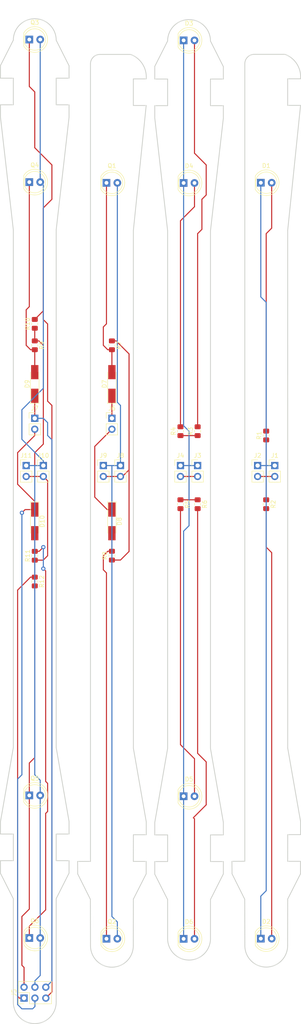
<source format=kicad_pcb>
(kicad_pcb (version 20171130) (host pcbnew 5.0.0+dfsg1-1)

  (general
    (thickness 1.6)
    (drawings 147)
    (tracks 192)
    (zones 0)
    (modules 39)
    (nets 25)
  )

  (page A4)
  (layers
    (0 F.Cu signal)
    (31 B.Cu signal)
    (36 B.SilkS user)
    (37 F.SilkS user)
    (38 B.Mask user)
    (39 F.Mask user)
    (40 Dwgs.User user)
    (41 Cmts.User user)
    (44 Edge.Cuts user)
  )

  (setup
    (last_trace_width 0.25)
    (trace_clearance 0.25)
    (zone_clearance 0.508)
    (zone_45_only no)
    (trace_min 0.2)
    (segment_width 0.1)
    (edge_width 0.1)
    (via_size 1)
    (via_drill 0.5)
    (via_min_size 0.7)
    (via_min_drill 0.3)
    (uvia_size 0.7)
    (uvia_drill 0.3)
    (uvias_allowed no)
    (uvia_min_size 0.7)
    (uvia_min_drill 0.3)
    (pcb_text_width 0.3)
    (pcb_text_size 1.5 1.5)
    (mod_edge_width 0.15)
    (mod_text_size 1 1)
    (mod_text_width 0.15)
    (pad_size 1.5 1.5)
    (pad_drill 0.6)
    (pad_to_mask_clearance 0)
    (aux_axis_origin 0 0)
    (visible_elements FFFFF7BF)
    (pcbplotparams
      (layerselection 0x00030_ffffffff)
      (usegerberextensions true)
      (usegerberattributes false)
      (usegerberadvancedattributes false)
      (creategerberjobfile false)
      (excludeedgelayer true)
      (linewidth 0.150000)
      (plotframeref false)
      (viasonmask false)
      (mode 1)
      (useauxorigin false)
      (hpglpennumber 1)
      (hpglpenspeed 20)
      (hpglpendiameter 15.000000)
      (psnegative false)
      (psa4output false)
      (plotreference true)
      (plotvalue true)
      (plotinvisibletext false)
      (padsonsilk false)
      (subtractmaskfromsilk false)
      (outputformat 1)
      (mirror false)
      (drillshape 1)
      (scaleselection 1)
      (outputdirectory ""))
  )

  (net 0 "")
  (net 1 "Net-(D1-Pad2)")
  (net 2 "Net-(D1-Pad1)")
  (net 3 "Net-(D2-Pad2)")
  (net 4 "Net-(D3-Pad2)")
  (net 5 "Net-(D3-Pad1)")
  (net 6 "Net-(D4-Pad2)")
  (net 7 "Net-(D5-Pad2)")
  (net 8 "Net-(D6-Pad2)")
  (net 9 "Net-(D7-Pad2)")
  (net 10 "Net-(D7-Pad1)")
  (net 11 "Net-(D8-Pad2)")
  (net 12 "Net-(D8-Pad1)")
  (net 13 "Net-(D9-Pad1)")
  (net 14 "Net-(D9-Pad2)")
  (net 15 "Net-(D10-Pad1)")
  (net 16 "Net-(D10-Pad2)")
  (net 17 "Net-(J1-Pad2)")
  (net 18 "Net-(J3-Pad2)")
  (net 19 "Net-(J10-Pad1)")
  (net 20 "Net-(J10-Pad2)")
  (net 21 "Net-(J5-Pad5)")
  (net 22 "Net-(J8-Pad1)")
  (net 23 "Net-(J8-Pad2)")
  (net 24 "Net-(J5-Pad2)")

  (net_class Default "Это класс цепей по умолчанию."
    (clearance 0.25)
    (trace_width 0.25)
    (via_dia 1)
    (via_drill 0.5)
    (uvia_dia 0.7)
    (uvia_drill 0.3)
    (add_net "Net-(D1-Pad1)")
    (add_net "Net-(D1-Pad2)")
    (add_net "Net-(D10-Pad1)")
    (add_net "Net-(D10-Pad2)")
    (add_net "Net-(D2-Pad2)")
    (add_net "Net-(D3-Pad1)")
    (add_net "Net-(D3-Pad2)")
    (add_net "Net-(D4-Pad2)")
    (add_net "Net-(D5-Pad2)")
    (add_net "Net-(D6-Pad2)")
    (add_net "Net-(D7-Pad1)")
    (add_net "Net-(D7-Pad2)")
    (add_net "Net-(D8-Pad1)")
    (add_net "Net-(D8-Pad2)")
    (add_net "Net-(D9-Pad1)")
    (add_net "Net-(D9-Pad2)")
    (add_net "Net-(J1-Pad2)")
    (add_net "Net-(J10-Pad1)")
    (add_net "Net-(J10-Pad2)")
    (add_net "Net-(J3-Pad2)")
    (add_net "Net-(J5-Pad2)")
    (add_net "Net-(J5-Pad5)")
    (add_net "Net-(J8-Pad1)")
    (add_net "Net-(J8-Pad2)")
  )

  (module Connector_PinHeader_2.54mm:PinHeader_1x02_P2.54mm_Vertical (layer F.Cu) (tedit 59FED5CC) (tstamp 5B6FED2A)
    (at 8 93)
    (descr "Through hole straight pin header, 1x02, 2.54mm pitch, single row")
    (tags "Through hole pin header THT 1x02 2.54mm single row")
    (path /5B6475E5)
    (fp_text reference J7 (at 0 -2.33) (layer F.SilkS)
      (effects (font (size 1 1) (thickness 0.15)))
    )
    (fp_text value Conn_01x02 (at 0 4.87) (layer F.Fab)
      (effects (font (size 1 1) (thickness 0.15)))
    )
    (fp_text user %R (at 0 1.27 90) (layer F.Fab)
      (effects (font (size 1 1) (thickness 0.15)))
    )
    (fp_line (start 1.8 -1.8) (end -1.8 -1.8) (layer F.CrtYd) (width 0.05))
    (fp_line (start 1.8 4.35) (end 1.8 -1.8) (layer F.CrtYd) (width 0.05))
    (fp_line (start -1.8 4.35) (end 1.8 4.35) (layer F.CrtYd) (width 0.05))
    (fp_line (start -1.8 -1.8) (end -1.8 4.35) (layer F.CrtYd) (width 0.05))
    (fp_line (start -1.33 -1.33) (end 0 -1.33) (layer F.SilkS) (width 0.12))
    (fp_line (start -1.33 0) (end -1.33 -1.33) (layer F.SilkS) (width 0.12))
    (fp_line (start -1.33 1.27) (end 1.33 1.27) (layer F.SilkS) (width 0.12))
    (fp_line (start 1.33 1.27) (end 1.33 3.87) (layer F.SilkS) (width 0.12))
    (fp_line (start -1.33 1.27) (end -1.33 3.87) (layer F.SilkS) (width 0.12))
    (fp_line (start -1.33 3.87) (end 1.33 3.87) (layer F.SilkS) (width 0.12))
    (fp_line (start -1.27 -0.635) (end -0.635 -1.27) (layer F.Fab) (width 0.1))
    (fp_line (start -1.27 3.81) (end -1.27 -0.635) (layer F.Fab) (width 0.1))
    (fp_line (start 1.27 3.81) (end -1.27 3.81) (layer F.Fab) (width 0.1))
    (fp_line (start 1.27 -1.27) (end 1.27 3.81) (layer F.Fab) (width 0.1))
    (fp_line (start -0.635 -1.27) (end 1.27 -1.27) (layer F.Fab) (width 0.1))
    (pad 2 thru_hole oval (at 0 2.54) (size 1.7 1.7) (drill 1) (layers *.Cu *.Mask)
      (net 15 "Net-(D10-Pad1)"))
    (pad 1 thru_hole rect (at 0 0) (size 1.7 1.7) (drill 1) (layers *.Cu *.Mask)
      (net 13 "Net-(D9-Pad1)"))
    (model ${KISYS3DMOD}/Connector_PinHeader_2.54mm.3dshapes/PinHeader_1x02_P2.54mm_Vertical.wrl
      (at (xyz 0 0 0))
      (scale (xyz 1 1 1))
      (rotate (xyz 0 0 0))
    )
  )

  (module LED_THT:LED_D5.0mm (layer F.Cu) (tedit 5995936A) (tstamp 5B6FDA09)
    (at 60.741161 38.144587)
    (descr "LED, diameter 5.0mm, 2 pins, http://cdn-reichelt.de/documents/datenblatt/A500/LL-504BC2E-009.pdf")
    (tags "LED diameter 5.0mm 2 pins")
    (path /5B63B64A)
    (fp_text reference D1 (at 1.27 -3.96) (layer F.SilkS)
      (effects (font (size 1 1) (thickness 0.15)))
    )
    (fp_text value LED (at 1.27 3.96) (layer F.Fab)
      (effects (font (size 1 1) (thickness 0.15)))
    )
    (fp_text user %R (at 1.25 0) (layer F.Fab)
      (effects (font (size 0.8 0.8) (thickness 0.2)))
    )
    (fp_line (start 4.5 -3.25) (end -1.95 -3.25) (layer F.CrtYd) (width 0.05))
    (fp_line (start 4.5 3.25) (end 4.5 -3.25) (layer F.CrtYd) (width 0.05))
    (fp_line (start -1.95 3.25) (end 4.5 3.25) (layer F.CrtYd) (width 0.05))
    (fp_line (start -1.95 -3.25) (end -1.95 3.25) (layer F.CrtYd) (width 0.05))
    (fp_line (start -1.29 -1.545) (end -1.29 1.545) (layer F.SilkS) (width 0.12))
    (fp_line (start -1.23 -1.469694) (end -1.23 1.469694) (layer F.Fab) (width 0.1))
    (fp_circle (center 1.27 0) (end 3.77 0) (layer F.SilkS) (width 0.12))
    (fp_circle (center 1.27 0) (end 3.77 0) (layer F.Fab) (width 0.1))
    (fp_arc (start 1.27 0) (end -1.29 1.54483) (angle -148.9) (layer F.SilkS) (width 0.12))
    (fp_arc (start 1.27 0) (end -1.29 -1.54483) (angle 148.9) (layer F.SilkS) (width 0.12))
    (fp_arc (start 1.27 0) (end -1.23 -1.469694) (angle 299.1) (layer F.Fab) (width 0.1))
    (pad 2 thru_hole circle (at 2.54 0) (size 1.8 1.8) (drill 0.9) (layers *.Cu *.Mask)
      (net 1 "Net-(D1-Pad2)"))
    (pad 1 thru_hole rect (at 0 0) (size 1.8 1.8) (drill 0.9) (layers *.Cu *.Mask)
      (net 2 "Net-(D1-Pad1)"))
    (model ${KISYS3DMOD}/LED_THT.3dshapes/LED_D5.0mm.wrl
      (at (xyz 0 0 0))
      (scale (xyz 1 1 1))
      (rotate (xyz 0 0 0))
    )
  )

  (module LED_THT:LED_D5.0mm (layer F.Cu) (tedit 5995936A) (tstamp 5B6FDA1B)
    (at 60.741161 214.153629)
    (descr "LED, diameter 5.0mm, 2 pins, http://cdn-reichelt.de/documents/datenblatt/A500/LL-504BC2E-009.pdf")
    (tags "LED diameter 5.0mm 2 pins")
    (path /5B63B506)
    (fp_text reference D2 (at 1.27 -3.96) (layer F.SilkS)
      (effects (font (size 1 1) (thickness 0.15)))
    )
    (fp_text value LED (at 1.27 3.96) (layer F.Fab)
      (effects (font (size 1 1) (thickness 0.15)))
    )
    (fp_arc (start 1.27 0) (end -1.23 -1.469694) (angle 299.1) (layer F.Fab) (width 0.1))
    (fp_arc (start 1.27 0) (end -1.29 -1.54483) (angle 148.9) (layer F.SilkS) (width 0.12))
    (fp_arc (start 1.27 0) (end -1.29 1.54483) (angle -148.9) (layer F.SilkS) (width 0.12))
    (fp_circle (center 1.27 0) (end 3.77 0) (layer F.Fab) (width 0.1))
    (fp_circle (center 1.27 0) (end 3.77 0) (layer F.SilkS) (width 0.12))
    (fp_line (start -1.23 -1.469694) (end -1.23 1.469694) (layer F.Fab) (width 0.1))
    (fp_line (start -1.29 -1.545) (end -1.29 1.545) (layer F.SilkS) (width 0.12))
    (fp_line (start -1.95 -3.25) (end -1.95 3.25) (layer F.CrtYd) (width 0.05))
    (fp_line (start -1.95 3.25) (end 4.5 3.25) (layer F.CrtYd) (width 0.05))
    (fp_line (start 4.5 3.25) (end 4.5 -3.25) (layer F.CrtYd) (width 0.05))
    (fp_line (start 4.5 -3.25) (end -1.95 -3.25) (layer F.CrtYd) (width 0.05))
    (fp_text user %R (at 1.25 0) (layer F.Fab)
      (effects (font (size 0.8 0.8) (thickness 0.2)))
    )
    (pad 1 thru_hole rect (at 0 0) (size 1.8 1.8) (drill 0.9) (layers *.Cu *.Mask)
      (net 2 "Net-(D1-Pad1)"))
    (pad 2 thru_hole circle (at 2.54 0) (size 1.8 1.8) (drill 0.9) (layers *.Cu *.Mask)
      (net 3 "Net-(D2-Pad2)"))
    (model ${KISYS3DMOD}/LED_THT.3dshapes/LED_D5.0mm.wrl
      (at (xyz 0 0 0))
      (scale (xyz 1 1 1))
      (rotate (xyz 0 0 0))
    )
  )

  (module LED_THT:LED_D5.0mm (layer F.Cu) (tedit 5995936A) (tstamp 5B6FDA2D)
    (at 42.73 4.995109)
    (descr "LED, diameter 5.0mm, 2 pins, http://cdn-reichelt.de/documents/datenblatt/A500/LL-504BC2E-009.pdf")
    (tags "LED diameter 5.0mm 2 pins")
    (path /5B63BA04)
    (fp_text reference D3 (at 1.27 -3.96) (layer F.SilkS)
      (effects (font (size 1 1) (thickness 0.15)))
    )
    (fp_text value LED (at 1.27 3.96) (layer F.Fab)
      (effects (font (size 1 1) (thickness 0.15)))
    )
    (fp_text user %R (at 1.25 0) (layer F.Fab)
      (effects (font (size 0.8 0.8) (thickness 0.2)))
    )
    (fp_line (start 4.5 -3.25) (end -1.95 -3.25) (layer F.CrtYd) (width 0.05))
    (fp_line (start 4.5 3.25) (end 4.5 -3.25) (layer F.CrtYd) (width 0.05))
    (fp_line (start -1.95 3.25) (end 4.5 3.25) (layer F.CrtYd) (width 0.05))
    (fp_line (start -1.95 -3.25) (end -1.95 3.25) (layer F.CrtYd) (width 0.05))
    (fp_line (start -1.29 -1.545) (end -1.29 1.545) (layer F.SilkS) (width 0.12))
    (fp_line (start -1.23 -1.469694) (end -1.23 1.469694) (layer F.Fab) (width 0.1))
    (fp_circle (center 1.27 0) (end 3.77 0) (layer F.SilkS) (width 0.12))
    (fp_circle (center 1.27 0) (end 3.77 0) (layer F.Fab) (width 0.1))
    (fp_arc (start 1.27 0) (end -1.29 1.54483) (angle -148.9) (layer F.SilkS) (width 0.12))
    (fp_arc (start 1.27 0) (end -1.29 -1.54483) (angle 148.9) (layer F.SilkS) (width 0.12))
    (fp_arc (start 1.27 0) (end -1.23 -1.469694) (angle 299.1) (layer F.Fab) (width 0.1))
    (pad 2 thru_hole circle (at 2.54 0) (size 1.8 1.8) (drill 0.9) (layers *.Cu *.Mask)
      (net 4 "Net-(D3-Pad2)"))
    (pad 1 thru_hole rect (at 0 0) (size 1.8 1.8) (drill 0.9) (layers *.Cu *.Mask)
      (net 5 "Net-(D3-Pad1)"))
    (model ${KISYS3DMOD}/LED_THT.3dshapes/LED_D5.0mm.wrl
      (at (xyz 0 0 0))
      (scale (xyz 1 1 1))
      (rotate (xyz 0 0 0))
    )
  )

  (module LED_THT:LED_D5.0mm (layer F.Cu) (tedit 5995936A) (tstamp 5B6FDA3F)
    (at 42.73 38.201238)
    (descr "LED, diameter 5.0mm, 2 pins, http://cdn-reichelt.de/documents/datenblatt/A500/LL-504BC2E-009.pdf")
    (tags "LED diameter 5.0mm 2 pins")
    (path /5B63B9F7)
    (fp_text reference D4 (at 1.27 -3.96) (layer F.SilkS)
      (effects (font (size 1 1) (thickness 0.15)))
    )
    (fp_text value LED (at 1.27 3.96) (layer F.Fab)
      (effects (font (size 1 1) (thickness 0.15)))
    )
    (fp_arc (start 1.27 0) (end -1.23 -1.469694) (angle 299.1) (layer F.Fab) (width 0.1))
    (fp_arc (start 1.27 0) (end -1.29 -1.54483) (angle 148.9) (layer F.SilkS) (width 0.12))
    (fp_arc (start 1.27 0) (end -1.29 1.54483) (angle -148.9) (layer F.SilkS) (width 0.12))
    (fp_circle (center 1.27 0) (end 3.77 0) (layer F.Fab) (width 0.1))
    (fp_circle (center 1.27 0) (end 3.77 0) (layer F.SilkS) (width 0.12))
    (fp_line (start -1.23 -1.469694) (end -1.23 1.469694) (layer F.Fab) (width 0.1))
    (fp_line (start -1.29 -1.545) (end -1.29 1.545) (layer F.SilkS) (width 0.12))
    (fp_line (start -1.95 -3.25) (end -1.95 3.25) (layer F.CrtYd) (width 0.05))
    (fp_line (start -1.95 3.25) (end 4.5 3.25) (layer F.CrtYd) (width 0.05))
    (fp_line (start 4.5 3.25) (end 4.5 -3.25) (layer F.CrtYd) (width 0.05))
    (fp_line (start 4.5 -3.25) (end -1.95 -3.25) (layer F.CrtYd) (width 0.05))
    (fp_text user %R (at 1.25 0) (layer F.Fab)
      (effects (font (size 0.8 0.8) (thickness 0.2)))
    )
    (pad 1 thru_hole rect (at 0 0) (size 1.8 1.8) (drill 0.9) (layers *.Cu *.Mask)
      (net 5 "Net-(D3-Pad1)"))
    (pad 2 thru_hole circle (at 2.54 0) (size 1.8 1.8) (drill 0.9) (layers *.Cu *.Mask)
      (net 6 "Net-(D4-Pad2)"))
    (model ${KISYS3DMOD}/LED_THT.3dshapes/LED_D5.0mm.wrl
      (at (xyz 0 0 0))
      (scale (xyz 1 1 1))
      (rotate (xyz 0 0 0))
    )
  )

  (module LED_THT:LED_D5.0mm (layer F.Cu) (tedit 5995936A) (tstamp 5B6FDA51)
    (at 42.73 181.002526)
    (descr "LED, diameter 5.0mm, 2 pins, http://cdn-reichelt.de/documents/datenblatt/A500/LL-504BC2E-009.pdf")
    (tags "LED diameter 5.0mm 2 pins")
    (path /5B63BC3C)
    (fp_text reference D5 (at 1.27 -3.96) (layer F.SilkS)
      (effects (font (size 1 1) (thickness 0.15)))
    )
    (fp_text value LED (at 1.27 3.96) (layer F.Fab)
      (effects (font (size 1 1) (thickness 0.15)))
    )
    (fp_text user %R (at 1.25 0) (layer F.Fab)
      (effects (font (size 0.8 0.8) (thickness 0.2)))
    )
    (fp_line (start 4.5 -3.25) (end -1.95 -3.25) (layer F.CrtYd) (width 0.05))
    (fp_line (start 4.5 3.25) (end 4.5 -3.25) (layer F.CrtYd) (width 0.05))
    (fp_line (start -1.95 3.25) (end 4.5 3.25) (layer F.CrtYd) (width 0.05))
    (fp_line (start -1.95 -3.25) (end -1.95 3.25) (layer F.CrtYd) (width 0.05))
    (fp_line (start -1.29 -1.545) (end -1.29 1.545) (layer F.SilkS) (width 0.12))
    (fp_line (start -1.23 -1.469694) (end -1.23 1.469694) (layer F.Fab) (width 0.1))
    (fp_circle (center 1.27 0) (end 3.77 0) (layer F.SilkS) (width 0.12))
    (fp_circle (center 1.27 0) (end 3.77 0) (layer F.Fab) (width 0.1))
    (fp_arc (start 1.27 0) (end -1.29 1.54483) (angle -148.9) (layer F.SilkS) (width 0.12))
    (fp_arc (start 1.27 0) (end -1.29 -1.54483) (angle 148.9) (layer F.SilkS) (width 0.12))
    (fp_arc (start 1.27 0) (end -1.23 -1.469694) (angle 299.1) (layer F.Fab) (width 0.1))
    (pad 2 thru_hole circle (at 2.54 0) (size 1.8 1.8) (drill 0.9) (layers *.Cu *.Mask)
      (net 7 "Net-(D5-Pad2)"))
    (pad 1 thru_hole rect (at 0 0) (size 1.8 1.8) (drill 0.9) (layers *.Cu *.Mask)
      (net 5 "Net-(D3-Pad1)"))
    (model ${KISYS3DMOD}/LED_THT.3dshapes/LED_D5.0mm.wrl
      (at (xyz 0 0 0))
      (scale (xyz 1 1 1))
      (rotate (xyz 0 0 0))
    )
  )

  (module LED_THT:LED_D5.0mm (layer F.Cu) (tedit 5995936A) (tstamp 5B6FDA63)
    (at 42.73 214.202526)
    (descr "LED, diameter 5.0mm, 2 pins, http://cdn-reichelt.de/documents/datenblatt/A500/LL-504BC2E-009.pdf")
    (tags "LED diameter 5.0mm 2 pins")
    (path /5B63BC2F)
    (fp_text reference D6 (at 1.27 -3.96) (layer F.SilkS)
      (effects (font (size 1 1) (thickness 0.15)))
    )
    (fp_text value LED (at 1.27 3.96) (layer F.Fab)
      (effects (font (size 1 1) (thickness 0.15)))
    )
    (fp_arc (start 1.27 0) (end -1.23 -1.469694) (angle 299.1) (layer F.Fab) (width 0.1))
    (fp_arc (start 1.27 0) (end -1.29 -1.54483) (angle 148.9) (layer F.SilkS) (width 0.12))
    (fp_arc (start 1.27 0) (end -1.29 1.54483) (angle -148.9) (layer F.SilkS) (width 0.12))
    (fp_circle (center 1.27 0) (end 3.77 0) (layer F.Fab) (width 0.1))
    (fp_circle (center 1.27 0) (end 3.77 0) (layer F.SilkS) (width 0.12))
    (fp_line (start -1.23 -1.469694) (end -1.23 1.469694) (layer F.Fab) (width 0.1))
    (fp_line (start -1.29 -1.545) (end -1.29 1.545) (layer F.SilkS) (width 0.12))
    (fp_line (start -1.95 -3.25) (end -1.95 3.25) (layer F.CrtYd) (width 0.05))
    (fp_line (start -1.95 3.25) (end 4.5 3.25) (layer F.CrtYd) (width 0.05))
    (fp_line (start 4.5 3.25) (end 4.5 -3.25) (layer F.CrtYd) (width 0.05))
    (fp_line (start 4.5 -3.25) (end -1.95 -3.25) (layer F.CrtYd) (width 0.05))
    (fp_text user %R (at 1.25 0) (layer F.Fab)
      (effects (font (size 0.8 0.8) (thickness 0.2)))
    )
    (pad 1 thru_hole rect (at 0 0) (size 1.8 1.8) (drill 0.9) (layers *.Cu *.Mask)
      (net 5 "Net-(D3-Pad1)"))
    (pad 2 thru_hole circle (at 2.54 0) (size 1.8 1.8) (drill 0.9) (layers *.Cu *.Mask)
      (net 8 "Net-(D6-Pad2)"))
    (model ${KISYS3DMOD}/LED_THT.3dshapes/LED_D5.0mm.wrl
      (at (xyz 0 0 0))
      (scale (xyz 1 1 1))
      (rotate (xyz 0 0 0))
    )
  )

  (module Diode_SMD:D_MiniMELF_Handsoldering (layer F.Cu) (tedit 5905D919) (tstamp 5B644503)
    (at 26 85 90)
    (descr "Diode Mini-MELF Handsoldering")
    (tags "Diode Mini-MELF Handsoldering")
    (path /5B63A9F6)
    (attr smd)
    (fp_text reference D7 (at 0 -1.75 90) (layer F.SilkS)
      (effects (font (size 1 1) (thickness 0.15)))
    )
    (fp_text value D (at 0 1.75 90) (layer F.Fab)
      (effects (font (size 1 1) (thickness 0.15)))
    )
    (fp_line (start -4.65 1.1) (end -4.65 -1.1) (layer F.CrtYd) (width 0.05))
    (fp_line (start 4.65 1.1) (end -4.65 1.1) (layer F.CrtYd) (width 0.05))
    (fp_line (start 4.65 -1.1) (end 4.65 1.1) (layer F.CrtYd) (width 0.05))
    (fp_line (start -4.65 -1.1) (end 4.65 -1.1) (layer F.CrtYd) (width 0.05))
    (fp_line (start -0.75 0) (end -0.35 0) (layer F.Fab) (width 0.1))
    (fp_line (start -0.35 0) (end -0.35 -0.55) (layer F.Fab) (width 0.1))
    (fp_line (start -0.35 0) (end -0.35 0.55) (layer F.Fab) (width 0.1))
    (fp_line (start -0.35 0) (end 0.25 -0.4) (layer F.Fab) (width 0.1))
    (fp_line (start 0.25 -0.4) (end 0.25 0.4) (layer F.Fab) (width 0.1))
    (fp_line (start 0.25 0.4) (end -0.35 0) (layer F.Fab) (width 0.1))
    (fp_line (start 0.25 0) (end 0.75 0) (layer F.Fab) (width 0.1))
    (fp_line (start -1.65 -0.8) (end 1.65 -0.8) (layer F.Fab) (width 0.1))
    (fp_line (start -1.65 0.8) (end -1.65 -0.8) (layer F.Fab) (width 0.1))
    (fp_line (start 1.65 0.8) (end -1.65 0.8) (layer F.Fab) (width 0.1))
    (fp_line (start 1.65 -0.8) (end 1.65 0.8) (layer F.Fab) (width 0.1))
    (fp_line (start -4.55 1) (end 2.75 1) (layer F.SilkS) (width 0.12))
    (fp_line (start -4.55 -1) (end -4.55 1) (layer F.SilkS) (width 0.12))
    (fp_line (start 2.75 -1) (end -4.55 -1) (layer F.SilkS) (width 0.12))
    (fp_text user %R (at 0 -1.75 90) (layer F.Fab)
      (effects (font (size 1 1) (thickness 0.15)))
    )
    (pad 2 smd rect (at 2.75 0 90) (size 3.3 1.7) (layers F.Cu F.Paste F.Mask)
      (net 9 "Net-(D7-Pad2)"))
    (pad 1 smd rect (at -2.75 0 90) (size 3.3 1.7) (layers F.Cu F.Paste F.Mask)
      (net 10 "Net-(D7-Pad1)"))
    (model ${KISYS3DMOD}/Diode_SMD.3dshapes/D_MiniMELF.wrl
      (at (xyz 0 0 0))
      (scale (xyz 1 1 1))
      (rotate (xyz 0 0 0))
    )
  )

  (module Diode_SMD:D_MiniMELF_Handsoldering (layer F.Cu) (tedit 5905D919) (tstamp 5B6FDA95)
    (at 26 117 270)
    (descr "Diode Mini-MELF Handsoldering")
    (tags "Diode Mini-MELF Handsoldering")
    (path /5B63CFF5)
    (attr smd)
    (fp_text reference D8 (at 0 -1.75 270) (layer F.SilkS)
      (effects (font (size 1 1) (thickness 0.15)))
    )
    (fp_text value D (at 0 1.75 270) (layer F.Fab)
      (effects (font (size 1 1) (thickness 0.15)))
    )
    (fp_line (start -4.65 1.1) (end -4.65 -1.1) (layer F.CrtYd) (width 0.05))
    (fp_line (start 4.65 1.1) (end -4.65 1.1) (layer F.CrtYd) (width 0.05))
    (fp_line (start 4.65 -1.1) (end 4.65 1.1) (layer F.CrtYd) (width 0.05))
    (fp_line (start -4.65 -1.1) (end 4.65 -1.1) (layer F.CrtYd) (width 0.05))
    (fp_line (start -0.75 0) (end -0.35 0) (layer F.Fab) (width 0.1))
    (fp_line (start -0.35 0) (end -0.35 -0.55) (layer F.Fab) (width 0.1))
    (fp_line (start -0.35 0) (end -0.35 0.55) (layer F.Fab) (width 0.1))
    (fp_line (start -0.35 0) (end 0.25 -0.4) (layer F.Fab) (width 0.1))
    (fp_line (start 0.25 -0.4) (end 0.25 0.4) (layer F.Fab) (width 0.1))
    (fp_line (start 0.25 0.4) (end -0.35 0) (layer F.Fab) (width 0.1))
    (fp_line (start 0.25 0) (end 0.75 0) (layer F.Fab) (width 0.1))
    (fp_line (start -1.65 -0.8) (end 1.65 -0.8) (layer F.Fab) (width 0.1))
    (fp_line (start -1.65 0.8) (end -1.65 -0.8) (layer F.Fab) (width 0.1))
    (fp_line (start 1.65 0.8) (end -1.65 0.8) (layer F.Fab) (width 0.1))
    (fp_line (start 1.65 -0.8) (end 1.65 0.8) (layer F.Fab) (width 0.1))
    (fp_line (start -4.55 1) (end 2.75 1) (layer F.SilkS) (width 0.12))
    (fp_line (start -4.55 -1) (end -4.55 1) (layer F.SilkS) (width 0.12))
    (fp_line (start 2.75 -1) (end -4.55 -1) (layer F.SilkS) (width 0.12))
    (fp_text user %R (at 0 -1.75 270) (layer F.Fab)
      (effects (font (size 1 1) (thickness 0.15)))
    )
    (pad 2 smd rect (at 2.75 0 270) (size 3.3 1.7) (layers F.Cu F.Paste F.Mask)
      (net 11 "Net-(D8-Pad2)"))
    (pad 1 smd rect (at -2.75 0 270) (size 3.3 1.7) (layers F.Cu F.Paste F.Mask)
      (net 12 "Net-(D8-Pad1)"))
    (model ${KISYS3DMOD}/Diode_SMD.3dshapes/D_MiniMELF.wrl
      (at (xyz 0 0 0))
      (scale (xyz 1 1 1))
      (rotate (xyz 0 0 0))
    )
  )

  (module Diode_SMD:D_MiniMELF_Handsoldering (layer F.Cu) (tedit 5905D919) (tstamp 5B644A90)
    (at 8 85 90)
    (descr "Diode Mini-MELF Handsoldering")
    (tags "Diode Mini-MELF Handsoldering")
    (path /5B63F38C)
    (attr smd)
    (fp_text reference D9 (at 0 -1.75 90) (layer F.SilkS)
      (effects (font (size 1 1) (thickness 0.15)))
    )
    (fp_text value D (at 0 1.75 90) (layer F.Fab)
      (effects (font (size 1 1) (thickness 0.15)))
    )
    (fp_text user %R (at 0 -1.75 90) (layer F.Fab)
      (effects (font (size 1 1) (thickness 0.15)))
    )
    (fp_line (start 2.75 -1) (end -4.55 -1) (layer F.SilkS) (width 0.12))
    (fp_line (start -4.55 -1) (end -4.55 1) (layer F.SilkS) (width 0.12))
    (fp_line (start -4.55 1) (end 2.75 1) (layer F.SilkS) (width 0.12))
    (fp_line (start 1.65 -0.8) (end 1.65 0.8) (layer F.Fab) (width 0.1))
    (fp_line (start 1.65 0.8) (end -1.65 0.8) (layer F.Fab) (width 0.1))
    (fp_line (start -1.65 0.8) (end -1.65 -0.8) (layer F.Fab) (width 0.1))
    (fp_line (start -1.65 -0.8) (end 1.65 -0.8) (layer F.Fab) (width 0.1))
    (fp_line (start 0.25 0) (end 0.75 0) (layer F.Fab) (width 0.1))
    (fp_line (start 0.25 0.4) (end -0.35 0) (layer F.Fab) (width 0.1))
    (fp_line (start 0.25 -0.4) (end 0.25 0.4) (layer F.Fab) (width 0.1))
    (fp_line (start -0.35 0) (end 0.25 -0.4) (layer F.Fab) (width 0.1))
    (fp_line (start -0.35 0) (end -0.35 0.55) (layer F.Fab) (width 0.1))
    (fp_line (start -0.35 0) (end -0.35 -0.55) (layer F.Fab) (width 0.1))
    (fp_line (start -0.75 0) (end -0.35 0) (layer F.Fab) (width 0.1))
    (fp_line (start -4.65 -1.1) (end 4.65 -1.1) (layer F.CrtYd) (width 0.05))
    (fp_line (start 4.65 -1.1) (end 4.65 1.1) (layer F.CrtYd) (width 0.05))
    (fp_line (start 4.65 1.1) (end -4.65 1.1) (layer F.CrtYd) (width 0.05))
    (fp_line (start -4.65 1.1) (end -4.65 -1.1) (layer F.CrtYd) (width 0.05))
    (pad 1 smd rect (at -2.75 0 90) (size 3.3 1.7) (layers F.Cu F.Paste F.Mask)
      (net 13 "Net-(D9-Pad1)"))
    (pad 2 smd rect (at 2.75 0 90) (size 3.3 1.7) (layers F.Cu F.Paste F.Mask)
      (net 14 "Net-(D9-Pad2)"))
    (model ${KISYS3DMOD}/Diode_SMD.3dshapes/D_MiniMELF.wrl
      (at (xyz 0 0 0))
      (scale (xyz 1 1 1))
      (rotate (xyz 0 0 0))
    )
  )

  (module Diode_SMD:D_MiniMELF_Handsoldering (layer F.Cu) (tedit 5905D919) (tstamp 5B644808)
    (at 8 117 270)
    (descr "Diode Mini-MELF Handsoldering")
    (tags "Diode Mini-MELF Handsoldering")
    (path /5B63E3AC)
    (attr smd)
    (fp_text reference D10 (at 0 -1.75 270) (layer F.SilkS)
      (effects (font (size 1 1) (thickness 0.15)))
    )
    (fp_text value D (at 0 1.75 270) (layer F.Fab)
      (effects (font (size 1 1) (thickness 0.15)))
    )
    (fp_text user %R (at 0 -1.75 270) (layer F.Fab)
      (effects (font (size 1 1) (thickness 0.15)))
    )
    (fp_line (start 2.75 -1) (end -4.55 -1) (layer F.SilkS) (width 0.12))
    (fp_line (start -4.55 -1) (end -4.55 1) (layer F.SilkS) (width 0.12))
    (fp_line (start -4.55 1) (end 2.75 1) (layer F.SilkS) (width 0.12))
    (fp_line (start 1.65 -0.8) (end 1.65 0.8) (layer F.Fab) (width 0.1))
    (fp_line (start 1.65 0.8) (end -1.65 0.8) (layer F.Fab) (width 0.1))
    (fp_line (start -1.65 0.8) (end -1.65 -0.8) (layer F.Fab) (width 0.1))
    (fp_line (start -1.65 -0.8) (end 1.65 -0.8) (layer F.Fab) (width 0.1))
    (fp_line (start 0.25 0) (end 0.75 0) (layer F.Fab) (width 0.1))
    (fp_line (start 0.25 0.4) (end -0.35 0) (layer F.Fab) (width 0.1))
    (fp_line (start 0.25 -0.4) (end 0.25 0.4) (layer F.Fab) (width 0.1))
    (fp_line (start -0.35 0) (end 0.25 -0.4) (layer F.Fab) (width 0.1))
    (fp_line (start -0.35 0) (end -0.35 0.55) (layer F.Fab) (width 0.1))
    (fp_line (start -0.35 0) (end -0.35 -0.55) (layer F.Fab) (width 0.1))
    (fp_line (start -0.75 0) (end -0.35 0) (layer F.Fab) (width 0.1))
    (fp_line (start -4.65 -1.1) (end 4.65 -1.1) (layer F.CrtYd) (width 0.05))
    (fp_line (start 4.65 -1.1) (end 4.65 1.1) (layer F.CrtYd) (width 0.05))
    (fp_line (start 4.65 1.1) (end -4.65 1.1) (layer F.CrtYd) (width 0.05))
    (fp_line (start -4.65 1.1) (end -4.65 -1.1) (layer F.CrtYd) (width 0.05))
    (pad 1 smd rect (at -2.75 0 270) (size 3.3 1.7) (layers F.Cu F.Paste F.Mask)
      (net 15 "Net-(D10-Pad1)"))
    (pad 2 smd rect (at 2.75 0 270) (size 3.3 1.7) (layers F.Cu F.Paste F.Mask)
      (net 16 "Net-(D10-Pad2)"))
    (model ${KISYS3DMOD}/Diode_SMD.3dshapes/D_MiniMELF.wrl
      (at (xyz 0 0 0))
      (scale (xyz 1 1 1))
      (rotate (xyz 0 0 0))
    )
  )

  (module Connector_PinHeader_2.54mm:PinHeader_2x03_P2.54mm_Vertical (layer F.Cu) (tedit 59FED5CC) (tstamp 5B644F10)
    (at 5.5 228 90)
    (descr "Through hole straight pin header, 2x03, 2.54mm pitch, double rows")
    (tags "Through hole pin header THT 2x03 2.54mm double row")
    (path /5B653369)
    (fp_text reference J5 (at 1.27 -2.33 90) (layer F.SilkS)
      (effects (font (size 1 1) (thickness 0.15)))
    )
    (fp_text value Conn_02x03_Odd_Even (at 1.27 7.41 90) (layer F.Fab)
      (effects (font (size 1 1) (thickness 0.15)))
    )
    (fp_line (start 0 -1.27) (end 3.81 -1.27) (layer F.Fab) (width 0.1))
    (fp_line (start 3.81 -1.27) (end 3.81 6.35) (layer F.Fab) (width 0.1))
    (fp_line (start 3.81 6.35) (end -1.27 6.35) (layer F.Fab) (width 0.1))
    (fp_line (start -1.27 6.35) (end -1.27 0) (layer F.Fab) (width 0.1))
    (fp_line (start -1.27 0) (end 0 -1.27) (layer F.Fab) (width 0.1))
    (fp_line (start -1.33 6.41) (end 3.87 6.41) (layer F.SilkS) (width 0.12))
    (fp_line (start -1.33 1.27) (end -1.33 6.41) (layer F.SilkS) (width 0.12))
    (fp_line (start 3.87 -1.33) (end 3.87 6.41) (layer F.SilkS) (width 0.12))
    (fp_line (start -1.33 1.27) (end 1.27 1.27) (layer F.SilkS) (width 0.12))
    (fp_line (start 1.27 1.27) (end 1.27 -1.33) (layer F.SilkS) (width 0.12))
    (fp_line (start 1.27 -1.33) (end 3.87 -1.33) (layer F.SilkS) (width 0.12))
    (fp_line (start -1.33 0) (end -1.33 -1.33) (layer F.SilkS) (width 0.12))
    (fp_line (start -1.33 -1.33) (end 0 -1.33) (layer F.SilkS) (width 0.12))
    (fp_line (start -1.8 -1.8) (end -1.8 6.85) (layer F.CrtYd) (width 0.05))
    (fp_line (start -1.8 6.85) (end 4.35 6.85) (layer F.CrtYd) (width 0.05))
    (fp_line (start 4.35 6.85) (end 4.35 -1.8) (layer F.CrtYd) (width 0.05))
    (fp_line (start 4.35 -1.8) (end -1.8 -1.8) (layer F.CrtYd) (width 0.05))
    (fp_text user %R (at 1.27 2.54 180) (layer F.Fab)
      (effects (font (size 1 1) (thickness 0.15)))
    )
    (pad 1 thru_hole rect (at 0 0 90) (size 1.7 1.7) (drill 1) (layers *.Cu *.Mask)
      (net 20 "Net-(J10-Pad2)"))
    (pad 2 thru_hole oval (at 2.54 0 90) (size 1.7 1.7) (drill 1) (layers *.Cu *.Mask)
      (net 24 "Net-(J5-Pad2)"))
    (pad 3 thru_hole oval (at 0 2.54 90) (size 1.7 1.7) (drill 1) (layers *.Cu *.Mask)
      (net 15 "Net-(D10-Pad1)"))
    (pad 4 thru_hole oval (at 2.54 2.54 90) (size 1.7 1.7) (drill 1) (layers *.Cu *.Mask)
      (net 19 "Net-(J10-Pad1)"))
    (pad 5 thru_hole oval (at 0 5.08 90) (size 1.7 1.7) (drill 1) (layers *.Cu *.Mask)
      (net 21 "Net-(J5-Pad5)"))
    (pad 6 thru_hole oval (at 2.54 5.08 90) (size 1.7 1.7) (drill 1) (layers *.Cu *.Mask)
      (net 13 "Net-(D9-Pad1)"))
    (model ${KISYS3DMOD}/Connector_PinHeader_2.54mm.3dshapes/PinHeader_2x03_P2.54mm_Vertical.wrl
      (at (xyz 0 0 0))
      (scale (xyz 1 1 1))
      (rotate (xyz 0 0 0))
    )
  )

  (module LED_THT:LED_D5.0mm (layer F.Cu) (tedit 5995936A) (tstamp 5B6FDCF3)
    (at 24.730021 38.167976)
    (descr "LED, diameter 5.0mm, 2 pins, http://cdn-reichelt.de/documents/datenblatt/A500/LL-504BC2E-009.pdf")
    (tags "LED diameter 5.0mm 2 pins")
    (path /5B63A671)
    (fp_text reference Q1 (at 1.27 -3.96) (layer F.SilkS)
      (effects (font (size 1 1) (thickness 0.15)))
    )
    (fp_text value Q_Photo_NPN (at 1.27 3.96) (layer F.Fab)
      (effects (font (size 1 1) (thickness 0.15)))
    )
    (fp_arc (start 1.27 0) (end -1.23 -1.469694) (angle 299.1) (layer F.Fab) (width 0.1))
    (fp_arc (start 1.27 0) (end -1.29 -1.54483) (angle 148.9) (layer F.SilkS) (width 0.12))
    (fp_arc (start 1.27 0) (end -1.29 1.54483) (angle -148.9) (layer F.SilkS) (width 0.12))
    (fp_circle (center 1.27 0) (end 3.77 0) (layer F.Fab) (width 0.1))
    (fp_circle (center 1.27 0) (end 3.77 0) (layer F.SilkS) (width 0.12))
    (fp_line (start -1.23 -1.469694) (end -1.23 1.469694) (layer F.Fab) (width 0.1))
    (fp_line (start -1.29 -1.545) (end -1.29 1.545) (layer F.SilkS) (width 0.12))
    (fp_line (start -1.95 -3.25) (end -1.95 3.25) (layer F.CrtYd) (width 0.05))
    (fp_line (start -1.95 3.25) (end 4.5 3.25) (layer F.CrtYd) (width 0.05))
    (fp_line (start 4.5 3.25) (end 4.5 -3.25) (layer F.CrtYd) (width 0.05))
    (fp_line (start 4.5 -3.25) (end -1.95 -3.25) (layer F.CrtYd) (width 0.05))
    (fp_text user %R (at 1.25 0) (layer F.Fab)
      (effects (font (size 0.8 0.8) (thickness 0.2)))
    )
    (pad 1 thru_hole rect (at 0 0) (size 1.8 1.8) (drill 0.9) (layers *.Cu *.Mask)
      (net 9 "Net-(D7-Pad2)"))
    (pad 2 thru_hole circle (at 2.54 0) (size 1.8 1.8) (drill 0.9) (layers *.Cu *.Mask)
      (net 22 "Net-(J8-Pad1)"))
    (model ${KISYS3DMOD}/LED_THT.3dshapes/LED_D5.0mm.wrl
      (at (xyz 0 0 0))
      (scale (xyz 1 1 1))
      (rotate (xyz 0 0 0))
    )
  )

  (module LED_THT:LED_D5.0mm (layer F.Cu) (tedit 5995936A) (tstamp 5B6FDD05)
    (at 24.73 214.177018)
    (descr "LED, diameter 5.0mm, 2 pins, http://cdn-reichelt.de/documents/datenblatt/A500/LL-504BC2E-009.pdf")
    (tags "LED diameter 5.0mm 2 pins")
    (path /5B63CFE9)
    (fp_text reference Q2 (at 1.27 -3.96) (layer F.SilkS)
      (effects (font (size 1 1) (thickness 0.15)))
    )
    (fp_text value Q_Photo_NPN (at 1.27 3.96) (layer F.Fab)
      (effects (font (size 1 1) (thickness 0.15)))
    )
    (fp_arc (start 1.27 0) (end -1.23 -1.469694) (angle 299.1) (layer F.Fab) (width 0.1))
    (fp_arc (start 1.27 0) (end -1.29 -1.54483) (angle 148.9) (layer F.SilkS) (width 0.12))
    (fp_arc (start 1.27 0) (end -1.29 1.54483) (angle -148.9) (layer F.SilkS) (width 0.12))
    (fp_circle (center 1.27 0) (end 3.77 0) (layer F.Fab) (width 0.1))
    (fp_circle (center 1.27 0) (end 3.77 0) (layer F.SilkS) (width 0.12))
    (fp_line (start -1.23 -1.469694) (end -1.23 1.469694) (layer F.Fab) (width 0.1))
    (fp_line (start -1.29 -1.545) (end -1.29 1.545) (layer F.SilkS) (width 0.12))
    (fp_line (start -1.95 -3.25) (end -1.95 3.25) (layer F.CrtYd) (width 0.05))
    (fp_line (start -1.95 3.25) (end 4.5 3.25) (layer F.CrtYd) (width 0.05))
    (fp_line (start 4.5 3.25) (end 4.5 -3.25) (layer F.CrtYd) (width 0.05))
    (fp_line (start 4.5 -3.25) (end -1.95 -3.25) (layer F.CrtYd) (width 0.05))
    (fp_text user %R (at 1.25 0) (layer F.Fab)
      (effects (font (size 0.8 0.8) (thickness 0.2)))
    )
    (pad 1 thru_hole rect (at 0 0) (size 1.8 1.8) (drill 0.9) (layers *.Cu *.Mask)
      (net 11 "Net-(D8-Pad2)"))
    (pad 2 thru_hole circle (at 2.54 0) (size 1.8 1.8) (drill 0.9) (layers *.Cu *.Mask)
      (net 22 "Net-(J8-Pad1)"))
    (model ${KISYS3DMOD}/LED_THT.3dshapes/LED_D5.0mm.wrl
      (at (xyz 0 0 0))
      (scale (xyz 1 1 1))
      (rotate (xyz 0 0 0))
    )
  )

  (module LED_THT:LED_D5.0mm (layer F.Cu) (tedit 5995936A) (tstamp 5B6FDD17)
    (at 6.73 4.795109)
    (descr "LED, diameter 5.0mm, 2 pins, http://cdn-reichelt.de/documents/datenblatt/A500/LL-504BC2E-009.pdf")
    (tags "LED diameter 5.0mm 2 pins")
    (path /5B63F380)
    (fp_text reference Q3 (at 1.27 -3.96) (layer F.SilkS)
      (effects (font (size 1 1) (thickness 0.15)))
    )
    (fp_text value Q_Photo_NPN (at 1.27 3.96) (layer F.Fab)
      (effects (font (size 1 1) (thickness 0.15)))
    )
    (fp_arc (start 1.27 0) (end -1.23 -1.469694) (angle 299.1) (layer F.Fab) (width 0.1))
    (fp_arc (start 1.27 0) (end -1.29 -1.54483) (angle 148.9) (layer F.SilkS) (width 0.12))
    (fp_arc (start 1.27 0) (end -1.29 1.54483) (angle -148.9) (layer F.SilkS) (width 0.12))
    (fp_circle (center 1.27 0) (end 3.77 0) (layer F.Fab) (width 0.1))
    (fp_circle (center 1.27 0) (end 3.77 0) (layer F.SilkS) (width 0.12))
    (fp_line (start -1.23 -1.469694) (end -1.23 1.469694) (layer F.Fab) (width 0.1))
    (fp_line (start -1.29 -1.545) (end -1.29 1.545) (layer F.SilkS) (width 0.12))
    (fp_line (start -1.95 -3.25) (end -1.95 3.25) (layer F.CrtYd) (width 0.05))
    (fp_line (start -1.95 3.25) (end 4.5 3.25) (layer F.CrtYd) (width 0.05))
    (fp_line (start 4.5 3.25) (end 4.5 -3.25) (layer F.CrtYd) (width 0.05))
    (fp_line (start 4.5 -3.25) (end -1.95 -3.25) (layer F.CrtYd) (width 0.05))
    (fp_text user %R (at 1.25 0) (layer F.Fab)
      (effects (font (size 0.8 0.8) (thickness 0.2)))
    )
    (pad 1 thru_hole rect (at 0 0) (size 1.8 1.8) (drill 0.9) (layers *.Cu *.Mask)
      (net 21 "Net-(J5-Pad5)"))
    (pad 2 thru_hole circle (at 2.54 0) (size 1.8 1.8) (drill 0.9) (layers *.Cu *.Mask)
      (net 19 "Net-(J10-Pad1)"))
    (model ${KISYS3DMOD}/LED_THT.3dshapes/LED_D5.0mm.wrl
      (at (xyz 0 0 0))
      (scale (xyz 1 1 1))
      (rotate (xyz 0 0 0))
    )
  )

  (module LED_THT:LED_D5.0mm (layer F.Cu) (tedit 5995936A) (tstamp 5B6FDD29)
    (at 6.73 38.001238)
    (descr "LED, diameter 5.0mm, 2 pins, http://cdn-reichelt.de/documents/datenblatt/A500/LL-504BC2E-009.pdf")
    (tags "LED diameter 5.0mm 2 pins")
    (path /5B63F373)
    (fp_text reference Q4 (at 1.27 -3.96) (layer F.SilkS)
      (effects (font (size 1 1) (thickness 0.15)))
    )
    (fp_text value Q_Photo_NPN (at 1.27 3.96) (layer F.Fab)
      (effects (font (size 1 1) (thickness 0.15)))
    )
    (fp_text user %R (at 1.25 0) (layer F.Fab)
      (effects (font (size 0.8 0.8) (thickness 0.2)))
    )
    (fp_line (start 4.5 -3.25) (end -1.95 -3.25) (layer F.CrtYd) (width 0.05))
    (fp_line (start 4.5 3.25) (end 4.5 -3.25) (layer F.CrtYd) (width 0.05))
    (fp_line (start -1.95 3.25) (end 4.5 3.25) (layer F.CrtYd) (width 0.05))
    (fp_line (start -1.95 -3.25) (end -1.95 3.25) (layer F.CrtYd) (width 0.05))
    (fp_line (start -1.29 -1.545) (end -1.29 1.545) (layer F.SilkS) (width 0.12))
    (fp_line (start -1.23 -1.469694) (end -1.23 1.469694) (layer F.Fab) (width 0.1))
    (fp_circle (center 1.27 0) (end 3.77 0) (layer F.SilkS) (width 0.12))
    (fp_circle (center 1.27 0) (end 3.77 0) (layer F.Fab) (width 0.1))
    (fp_arc (start 1.27 0) (end -1.29 1.54483) (angle -148.9) (layer F.SilkS) (width 0.12))
    (fp_arc (start 1.27 0) (end -1.29 -1.54483) (angle 148.9) (layer F.SilkS) (width 0.12))
    (fp_arc (start 1.27 0) (end -1.23 -1.469694) (angle 299.1) (layer F.Fab) (width 0.1))
    (pad 2 thru_hole circle (at 2.54 0) (size 1.8 1.8) (drill 0.9) (layers *.Cu *.Mask)
      (net 19 "Net-(J10-Pad1)"))
    (pad 1 thru_hole rect (at 0 0) (size 1.8 1.8) (drill 0.9) (layers *.Cu *.Mask)
      (net 14 "Net-(D9-Pad2)"))
    (model ${KISYS3DMOD}/LED_THT.3dshapes/LED_D5.0mm.wrl
      (at (xyz 0 0 0))
      (scale (xyz 1 1 1))
      (rotate (xyz 0 0 0))
    )
  )

  (module LED_THT:LED_D5.0mm (layer F.Cu) (tedit 5995936A) (tstamp 5B6FDD3B)
    (at 6.73 180.802526)
    (descr "LED, diameter 5.0mm, 2 pins, http://cdn-reichelt.de/documents/datenblatt/A500/LL-504BC2E-009.pdf")
    (tags "LED diameter 5.0mm 2 pins")
    (path /5B63E3A0)
    (fp_text reference Q5 (at 1.27 -3.96) (layer F.SilkS)
      (effects (font (size 1 1) (thickness 0.15)))
    )
    (fp_text value Q_Photo_NPN (at 1.27 3.96) (layer F.Fab)
      (effects (font (size 1 1) (thickness 0.15)))
    )
    (fp_text user %R (at 1.25 0) (layer F.Fab)
      (effects (font (size 0.8 0.8) (thickness 0.2)))
    )
    (fp_line (start 4.5 -3.25) (end -1.95 -3.25) (layer F.CrtYd) (width 0.05))
    (fp_line (start 4.5 3.25) (end 4.5 -3.25) (layer F.CrtYd) (width 0.05))
    (fp_line (start -1.95 3.25) (end 4.5 3.25) (layer F.CrtYd) (width 0.05))
    (fp_line (start -1.95 -3.25) (end -1.95 3.25) (layer F.CrtYd) (width 0.05))
    (fp_line (start -1.29 -1.545) (end -1.29 1.545) (layer F.SilkS) (width 0.12))
    (fp_line (start -1.23 -1.469694) (end -1.23 1.469694) (layer F.Fab) (width 0.1))
    (fp_circle (center 1.27 0) (end 3.77 0) (layer F.SilkS) (width 0.12))
    (fp_circle (center 1.27 0) (end 3.77 0) (layer F.Fab) (width 0.1))
    (fp_arc (start 1.27 0) (end -1.29 1.54483) (angle -148.9) (layer F.SilkS) (width 0.12))
    (fp_arc (start 1.27 0) (end -1.29 -1.54483) (angle 148.9) (layer F.SilkS) (width 0.12))
    (fp_arc (start 1.27 0) (end -1.23 -1.469694) (angle 299.1) (layer F.Fab) (width 0.1))
    (pad 2 thru_hole circle (at 2.54 0) (size 1.8 1.8) (drill 0.9) (layers *.Cu *.Mask)
      (net 19 "Net-(J10-Pad1)"))
    (pad 1 thru_hole rect (at 0 0) (size 1.8 1.8) (drill 0.9) (layers *.Cu *.Mask)
      (net 24 "Net-(J5-Pad2)"))
    (model ${KISYS3DMOD}/LED_THT.3dshapes/LED_D5.0mm.wrl
      (at (xyz 0 0 0))
      (scale (xyz 1 1 1))
      (rotate (xyz 0 0 0))
    )
  )

  (module LED_THT:LED_D5.0mm (layer F.Cu) (tedit 5995936A) (tstamp 5B6FDD4D)
    (at 6.73 214.002526)
    (descr "LED, diameter 5.0mm, 2 pins, http://cdn-reichelt.de/documents/datenblatt/A500/LL-504BC2E-009.pdf")
    (tags "LED diameter 5.0mm 2 pins")
    (path /5B63B1FF)
    (fp_text reference Q6 (at 1.27 -3.96) (layer F.SilkS)
      (effects (font (size 1 1) (thickness 0.15)))
    )
    (fp_text value Q_Photo_NPN (at 1.27 3.96) (layer F.Fab)
      (effects (font (size 1 1) (thickness 0.15)))
    )
    (fp_text user %R (at 1.25 0) (layer F.Fab)
      (effects (font (size 0.8 0.8) (thickness 0.2)))
    )
    (fp_line (start 4.5 -3.25) (end -1.95 -3.25) (layer F.CrtYd) (width 0.05))
    (fp_line (start 4.5 3.25) (end 4.5 -3.25) (layer F.CrtYd) (width 0.05))
    (fp_line (start -1.95 3.25) (end 4.5 3.25) (layer F.CrtYd) (width 0.05))
    (fp_line (start -1.95 -3.25) (end -1.95 3.25) (layer F.CrtYd) (width 0.05))
    (fp_line (start -1.29 -1.545) (end -1.29 1.545) (layer F.SilkS) (width 0.12))
    (fp_line (start -1.23 -1.469694) (end -1.23 1.469694) (layer F.Fab) (width 0.1))
    (fp_circle (center 1.27 0) (end 3.77 0) (layer F.SilkS) (width 0.12))
    (fp_circle (center 1.27 0) (end 3.77 0) (layer F.Fab) (width 0.1))
    (fp_arc (start 1.27 0) (end -1.29 1.54483) (angle -148.9) (layer F.SilkS) (width 0.12))
    (fp_arc (start 1.27 0) (end -1.29 -1.54483) (angle 148.9) (layer F.SilkS) (width 0.12))
    (fp_arc (start 1.27 0) (end -1.23 -1.469694) (angle 299.1) (layer F.Fab) (width 0.1))
    (pad 2 thru_hole circle (at 2.54 0) (size 1.8 1.8) (drill 0.9) (layers *.Cu *.Mask)
      (net 19 "Net-(J10-Pad1)"))
    (pad 1 thru_hole rect (at 0 0) (size 1.8 1.8) (drill 0.9) (layers *.Cu *.Mask)
      (net 16 "Net-(D10-Pad2)"))
    (model ${KISYS3DMOD}/LED_THT.3dshapes/LED_D5.0mm.wrl
      (at (xyz 0 0 0))
      (scale (xyz 1 1 1))
      (rotate (xyz 0 0 0))
    )
  )

  (module Resistor_SMD:R_0805_2012Metric_Pad1.15x1.40mm_HandSolder (layer F.Cu) (tedit 5B36C52B) (tstamp 5B6FDD5E)
    (at 62 97 90)
    (descr "Resistor SMD 0805 (2012 Metric), square (rectangular) end terminal, IPC_7351 nominal with elongated pad for handsoldering. (Body size source: https://docs.google.com/spreadsheets/d/1BsfQQcO9C6DZCsRaXUlFlo91Tg2WpOkGARC1WS5S8t0/edit?usp=sharing), generated with kicad-footprint-generator")
    (tags "resistor handsolder")
    (path /5B63B650)
    (attr smd)
    (fp_text reference R1 (at 0 -1.65 90) (layer F.SilkS)
      (effects (font (size 1 1) (thickness 0.15)))
    )
    (fp_text value R (at 0 1.65 90) (layer F.Fab)
      (effects (font (size 1 1) (thickness 0.15)))
    )
    (fp_line (start -1 0.6) (end -1 -0.6) (layer F.Fab) (width 0.1))
    (fp_line (start -1 -0.6) (end 1 -0.6) (layer F.Fab) (width 0.1))
    (fp_line (start 1 -0.6) (end 1 0.6) (layer F.Fab) (width 0.1))
    (fp_line (start 1 0.6) (end -1 0.6) (layer F.Fab) (width 0.1))
    (fp_line (start -0.261252 -0.71) (end 0.261252 -0.71) (layer F.SilkS) (width 0.12))
    (fp_line (start -0.261252 0.71) (end 0.261252 0.71) (layer F.SilkS) (width 0.12))
    (fp_line (start -1.85 0.95) (end -1.85 -0.95) (layer F.CrtYd) (width 0.05))
    (fp_line (start -1.85 -0.95) (end 1.85 -0.95) (layer F.CrtYd) (width 0.05))
    (fp_line (start 1.85 -0.95) (end 1.85 0.95) (layer F.CrtYd) (width 0.05))
    (fp_line (start 1.85 0.95) (end -1.85 0.95) (layer F.CrtYd) (width 0.05))
    (fp_text user %R (at 0 0 90) (layer F.Fab)
      (effects (font (size 0.5 0.5) (thickness 0.08)))
    )
    (pad 1 smd roundrect (at -1.025 0 90) (size 1.15 1.4) (layers F.Cu F.Paste F.Mask) (roundrect_rratio 0.217391)
      (net 17 "Net-(J1-Pad2)"))
    (pad 2 smd roundrect (at 1.025 0 90) (size 1.15 1.4) (layers F.Cu F.Paste F.Mask) (roundrect_rratio 0.217391)
      (net 1 "Net-(D1-Pad2)"))
    (model ${KISYS3DMOD}/Resistor_SMD.3dshapes/R_0805_2012Metric.wrl
      (at (xyz 0 0 0))
      (scale (xyz 1 1 1))
      (rotate (xyz 0 0 0))
    )
  )

  (module Resistor_SMD:R_0805_2012Metric_Pad1.15x1.40mm_HandSolder (layer F.Cu) (tedit 5B36C52B) (tstamp 5B6FDD6F)
    (at 62 113 270)
    (descr "Resistor SMD 0805 (2012 Metric), square (rectangular) end terminal, IPC_7351 nominal with elongated pad for handsoldering. (Body size source: https://docs.google.com/spreadsheets/d/1BsfQQcO9C6DZCsRaXUlFlo91Tg2WpOkGARC1WS5S8t0/edit?usp=sharing), generated with kicad-footprint-generator")
    (tags "resistor handsolder")
    (path /5B63B50C)
    (attr smd)
    (fp_text reference R2 (at 0 -1.65 270) (layer F.SilkS)
      (effects (font (size 1 1) (thickness 0.15)))
    )
    (fp_text value R (at 0 1.65 270) (layer F.Fab)
      (effects (font (size 1 1) (thickness 0.15)))
    )
    (fp_text user %R (at 0 0 270) (layer F.Fab)
      (effects (font (size 0.5 0.5) (thickness 0.08)))
    )
    (fp_line (start 1.85 0.95) (end -1.85 0.95) (layer F.CrtYd) (width 0.05))
    (fp_line (start 1.85 -0.95) (end 1.85 0.95) (layer F.CrtYd) (width 0.05))
    (fp_line (start -1.85 -0.95) (end 1.85 -0.95) (layer F.CrtYd) (width 0.05))
    (fp_line (start -1.85 0.95) (end -1.85 -0.95) (layer F.CrtYd) (width 0.05))
    (fp_line (start -0.261252 0.71) (end 0.261252 0.71) (layer F.SilkS) (width 0.12))
    (fp_line (start -0.261252 -0.71) (end 0.261252 -0.71) (layer F.SilkS) (width 0.12))
    (fp_line (start 1 0.6) (end -1 0.6) (layer F.Fab) (width 0.1))
    (fp_line (start 1 -0.6) (end 1 0.6) (layer F.Fab) (width 0.1))
    (fp_line (start -1 -0.6) (end 1 -0.6) (layer F.Fab) (width 0.1))
    (fp_line (start -1 0.6) (end -1 -0.6) (layer F.Fab) (width 0.1))
    (pad 2 smd roundrect (at 1.025 0 270) (size 1.15 1.4) (layers F.Cu F.Paste F.Mask) (roundrect_rratio 0.217391)
      (net 3 "Net-(D2-Pad2)"))
    (pad 1 smd roundrect (at -1.025 0 270) (size 1.15 1.4) (layers F.Cu F.Paste F.Mask) (roundrect_rratio 0.217391)
      (net 17 "Net-(J1-Pad2)"))
    (model ${KISYS3DMOD}/Resistor_SMD.3dshapes/R_0805_2012Metric.wrl
      (at (xyz 0 0 0))
      (scale (xyz 1 1 1))
      (rotate (xyz 0 0 0))
    )
  )

  (module Resistor_SMD:R_0805_2012Metric_Pad1.15x1.40mm_HandSolder (layer F.Cu) (tedit 5B36C52B) (tstamp 5B6FDD80)
    (at 46 96 90)
    (descr "Resistor SMD 0805 (2012 Metric), square (rectangular) end terminal, IPC_7351 nominal with elongated pad for handsoldering. (Body size source: https://docs.google.com/spreadsheets/d/1BsfQQcO9C6DZCsRaXUlFlo91Tg2WpOkGARC1WS5S8t0/edit?usp=sharing), generated with kicad-footprint-generator")
    (tags "resistor handsolder")
    (path /5B63BA0A)
    (attr smd)
    (fp_text reference R3 (at 0 -1.65 90) (layer F.SilkS)
      (effects (font (size 1 1) (thickness 0.15)))
    )
    (fp_text value R (at 0 1.65 90) (layer F.Fab)
      (effects (font (size 1 1) (thickness 0.15)))
    )
    (fp_line (start -1 0.6) (end -1 -0.6) (layer F.Fab) (width 0.1))
    (fp_line (start -1 -0.6) (end 1 -0.6) (layer F.Fab) (width 0.1))
    (fp_line (start 1 -0.6) (end 1 0.6) (layer F.Fab) (width 0.1))
    (fp_line (start 1 0.6) (end -1 0.6) (layer F.Fab) (width 0.1))
    (fp_line (start -0.261252 -0.71) (end 0.261252 -0.71) (layer F.SilkS) (width 0.12))
    (fp_line (start -0.261252 0.71) (end 0.261252 0.71) (layer F.SilkS) (width 0.12))
    (fp_line (start -1.85 0.95) (end -1.85 -0.95) (layer F.CrtYd) (width 0.05))
    (fp_line (start -1.85 -0.95) (end 1.85 -0.95) (layer F.CrtYd) (width 0.05))
    (fp_line (start 1.85 -0.95) (end 1.85 0.95) (layer F.CrtYd) (width 0.05))
    (fp_line (start 1.85 0.95) (end -1.85 0.95) (layer F.CrtYd) (width 0.05))
    (fp_text user %R (at 0 0 90) (layer F.Fab)
      (effects (font (size 0.5 0.5) (thickness 0.08)))
    )
    (pad 1 smd roundrect (at -1.025 0 90) (size 1.15 1.4) (layers F.Cu F.Paste F.Mask) (roundrect_rratio 0.217391)
      (net 18 "Net-(J3-Pad2)"))
    (pad 2 smd roundrect (at 1.025 0 90) (size 1.15 1.4) (layers F.Cu F.Paste F.Mask) (roundrect_rratio 0.217391)
      (net 4 "Net-(D3-Pad2)"))
    (model ${KISYS3DMOD}/Resistor_SMD.3dshapes/R_0805_2012Metric.wrl
      (at (xyz 0 0 0))
      (scale (xyz 1 1 1))
      (rotate (xyz 0 0 0))
    )
  )

  (module Resistor_SMD:R_0805_2012Metric_Pad1.15x1.40mm_HandSolder (layer F.Cu) (tedit 5B36C52B) (tstamp 5B6FDD91)
    (at 42 96 90)
    (descr "Resistor SMD 0805 (2012 Metric), square (rectangular) end terminal, IPC_7351 nominal with elongated pad for handsoldering. (Body size source: https://docs.google.com/spreadsheets/d/1BsfQQcO9C6DZCsRaXUlFlo91Tg2WpOkGARC1WS5S8t0/edit?usp=sharing), generated with kicad-footprint-generator")
    (tags "resistor handsolder")
    (path /5B63B9FD)
    (attr smd)
    (fp_text reference R4 (at 0 -1.65 90) (layer F.SilkS)
      (effects (font (size 1 1) (thickness 0.15)))
    )
    (fp_text value R (at 0 1.65 90) (layer F.Fab)
      (effects (font (size 1 1) (thickness 0.15)))
    )
    (fp_text user %R (at 0 0 90) (layer F.Fab)
      (effects (font (size 0.5 0.5) (thickness 0.08)))
    )
    (fp_line (start 1.85 0.95) (end -1.85 0.95) (layer F.CrtYd) (width 0.05))
    (fp_line (start 1.85 -0.95) (end 1.85 0.95) (layer F.CrtYd) (width 0.05))
    (fp_line (start -1.85 -0.95) (end 1.85 -0.95) (layer F.CrtYd) (width 0.05))
    (fp_line (start -1.85 0.95) (end -1.85 -0.95) (layer F.CrtYd) (width 0.05))
    (fp_line (start -0.261252 0.71) (end 0.261252 0.71) (layer F.SilkS) (width 0.12))
    (fp_line (start -0.261252 -0.71) (end 0.261252 -0.71) (layer F.SilkS) (width 0.12))
    (fp_line (start 1 0.6) (end -1 0.6) (layer F.Fab) (width 0.1))
    (fp_line (start 1 -0.6) (end 1 0.6) (layer F.Fab) (width 0.1))
    (fp_line (start -1 -0.6) (end 1 -0.6) (layer F.Fab) (width 0.1))
    (fp_line (start -1 0.6) (end -1 -0.6) (layer F.Fab) (width 0.1))
    (pad 2 smd roundrect (at 1.025 0 90) (size 1.15 1.4) (layers F.Cu F.Paste F.Mask) (roundrect_rratio 0.217391)
      (net 6 "Net-(D4-Pad2)"))
    (pad 1 smd roundrect (at -1.025 0 90) (size 1.15 1.4) (layers F.Cu F.Paste F.Mask) (roundrect_rratio 0.217391)
      (net 18 "Net-(J3-Pad2)"))
    (model ${KISYS3DMOD}/Resistor_SMD.3dshapes/R_0805_2012Metric.wrl
      (at (xyz 0 0 0))
      (scale (xyz 1 1 1))
      (rotate (xyz 0 0 0))
    )
  )

  (module Resistor_SMD:R_0805_2012Metric_Pad1.15x1.40mm_HandSolder (layer F.Cu) (tedit 5B36C52B) (tstamp 5B6FDDA2)
    (at 42 113 270)
    (descr "Resistor SMD 0805 (2012 Metric), square (rectangular) end terminal, IPC_7351 nominal with elongated pad for handsoldering. (Body size source: https://docs.google.com/spreadsheets/d/1BsfQQcO9C6DZCsRaXUlFlo91Tg2WpOkGARC1WS5S8t0/edit?usp=sharing), generated with kicad-footprint-generator")
    (tags "resistor handsolder")
    (path /5B63BC42)
    (attr smd)
    (fp_text reference R5 (at 0 -1.65 270) (layer F.SilkS)
      (effects (font (size 1 1) (thickness 0.15)))
    )
    (fp_text value R (at 0 1.65 270) (layer F.Fab)
      (effects (font (size 1 1) (thickness 0.15)))
    )
    (fp_text user %R (at 0 0 270) (layer F.Fab)
      (effects (font (size 0.5 0.5) (thickness 0.08)))
    )
    (fp_line (start 1.85 0.95) (end -1.85 0.95) (layer F.CrtYd) (width 0.05))
    (fp_line (start 1.85 -0.95) (end 1.85 0.95) (layer F.CrtYd) (width 0.05))
    (fp_line (start -1.85 -0.95) (end 1.85 -0.95) (layer F.CrtYd) (width 0.05))
    (fp_line (start -1.85 0.95) (end -1.85 -0.95) (layer F.CrtYd) (width 0.05))
    (fp_line (start -0.261252 0.71) (end 0.261252 0.71) (layer F.SilkS) (width 0.12))
    (fp_line (start -0.261252 -0.71) (end 0.261252 -0.71) (layer F.SilkS) (width 0.12))
    (fp_line (start 1 0.6) (end -1 0.6) (layer F.Fab) (width 0.1))
    (fp_line (start 1 -0.6) (end 1 0.6) (layer F.Fab) (width 0.1))
    (fp_line (start -1 -0.6) (end 1 -0.6) (layer F.Fab) (width 0.1))
    (fp_line (start -1 0.6) (end -1 -0.6) (layer F.Fab) (width 0.1))
    (pad 2 smd roundrect (at 1.025 0 270) (size 1.15 1.4) (layers F.Cu F.Paste F.Mask) (roundrect_rratio 0.217391)
      (net 7 "Net-(D5-Pad2)"))
    (pad 1 smd roundrect (at -1.025 0 270) (size 1.15 1.4) (layers F.Cu F.Paste F.Mask) (roundrect_rratio 0.217391)
      (net 18 "Net-(J3-Pad2)"))
    (model ${KISYS3DMOD}/Resistor_SMD.3dshapes/R_0805_2012Metric.wrl
      (at (xyz 0 0 0))
      (scale (xyz 1 1 1))
      (rotate (xyz 0 0 0))
    )
  )

  (module Resistor_SMD:R_0805_2012Metric_Pad1.15x1.40mm_HandSolder (layer F.Cu) (tedit 5B36C52B) (tstamp 5B6FDDB3)
    (at 46 113 270)
    (descr "Resistor SMD 0805 (2012 Metric), square (rectangular) end terminal, IPC_7351 nominal with elongated pad for handsoldering. (Body size source: https://docs.google.com/spreadsheets/d/1BsfQQcO9C6DZCsRaXUlFlo91Tg2WpOkGARC1WS5S8t0/edit?usp=sharing), generated with kicad-footprint-generator")
    (tags "resistor handsolder")
    (path /5B63BC35)
    (attr smd)
    (fp_text reference R6 (at 0 -1.65 270) (layer F.SilkS)
      (effects (font (size 1 1) (thickness 0.15)))
    )
    (fp_text value R (at 0 1.65 270) (layer F.Fab)
      (effects (font (size 1 1) (thickness 0.15)))
    )
    (fp_line (start -1 0.6) (end -1 -0.6) (layer F.Fab) (width 0.1))
    (fp_line (start -1 -0.6) (end 1 -0.6) (layer F.Fab) (width 0.1))
    (fp_line (start 1 -0.6) (end 1 0.6) (layer F.Fab) (width 0.1))
    (fp_line (start 1 0.6) (end -1 0.6) (layer F.Fab) (width 0.1))
    (fp_line (start -0.261252 -0.71) (end 0.261252 -0.71) (layer F.SilkS) (width 0.12))
    (fp_line (start -0.261252 0.71) (end 0.261252 0.71) (layer F.SilkS) (width 0.12))
    (fp_line (start -1.85 0.95) (end -1.85 -0.95) (layer F.CrtYd) (width 0.05))
    (fp_line (start -1.85 -0.95) (end 1.85 -0.95) (layer F.CrtYd) (width 0.05))
    (fp_line (start 1.85 -0.95) (end 1.85 0.95) (layer F.CrtYd) (width 0.05))
    (fp_line (start 1.85 0.95) (end -1.85 0.95) (layer F.CrtYd) (width 0.05))
    (fp_text user %R (at 0 0 270) (layer F.Fab)
      (effects (font (size 0.5 0.5) (thickness 0.08)))
    )
    (pad 1 smd roundrect (at -1.025 0 270) (size 1.15 1.4) (layers F.Cu F.Paste F.Mask) (roundrect_rratio 0.217391)
      (net 18 "Net-(J3-Pad2)"))
    (pad 2 smd roundrect (at 1.025 0 270) (size 1.15 1.4) (layers F.Cu F.Paste F.Mask) (roundrect_rratio 0.217391)
      (net 8 "Net-(D6-Pad2)"))
    (model ${KISYS3DMOD}/Resistor_SMD.3dshapes/R_0805_2012Metric.wrl
      (at (xyz 0 0 0))
      (scale (xyz 1 1 1))
      (rotate (xyz 0 0 0))
    )
  )

  (module Resistor_SMD:R_0805_2012Metric_Pad1.15x1.40mm_HandSolder (layer F.Cu) (tedit 5B36C52B) (tstamp 5B6FDDC4)
    (at 26 76 270)
    (descr "Resistor SMD 0805 (2012 Metric), square (rectangular) end terminal, IPC_7351 nominal with elongated pad for handsoldering. (Body size source: https://docs.google.com/spreadsheets/d/1BsfQQcO9C6DZCsRaXUlFlo91Tg2WpOkGARC1WS5S8t0/edit?usp=sharing), generated with kicad-footprint-generator")
    (tags "resistor handsolder")
    (path /5B63A812)
    (attr smd)
    (fp_text reference R7 (at 0 -1.65 270) (layer F.SilkS)
      (effects (font (size 1 1) (thickness 0.15)))
    )
    (fp_text value R (at 0 1.65 270) (layer F.Fab)
      (effects (font (size 1 1) (thickness 0.15)))
    )
    (fp_text user %R (at 0 0 270) (layer F.Fab)
      (effects (font (size 0.5 0.5) (thickness 0.08)))
    )
    (fp_line (start 1.85 0.95) (end -1.85 0.95) (layer F.CrtYd) (width 0.05))
    (fp_line (start 1.85 -0.95) (end 1.85 0.95) (layer F.CrtYd) (width 0.05))
    (fp_line (start -1.85 -0.95) (end 1.85 -0.95) (layer F.CrtYd) (width 0.05))
    (fp_line (start -1.85 0.95) (end -1.85 -0.95) (layer F.CrtYd) (width 0.05))
    (fp_line (start -0.261252 0.71) (end 0.261252 0.71) (layer F.SilkS) (width 0.12))
    (fp_line (start -0.261252 -0.71) (end 0.261252 -0.71) (layer F.SilkS) (width 0.12))
    (fp_line (start 1 0.6) (end -1 0.6) (layer F.Fab) (width 0.1))
    (fp_line (start 1 -0.6) (end 1 0.6) (layer F.Fab) (width 0.1))
    (fp_line (start -1 -0.6) (end 1 -0.6) (layer F.Fab) (width 0.1))
    (fp_line (start -1 0.6) (end -1 -0.6) (layer F.Fab) (width 0.1))
    (pad 2 smd roundrect (at 1.025 0 270) (size 1.15 1.4) (layers F.Cu F.Paste F.Mask) (roundrect_rratio 0.217391)
      (net 9 "Net-(D7-Pad2)"))
    (pad 1 smd roundrect (at -1.025 0 270) (size 1.15 1.4) (layers F.Cu F.Paste F.Mask) (roundrect_rratio 0.217391)
      (net 23 "Net-(J8-Pad2)"))
    (model ${KISYS3DMOD}/Resistor_SMD.3dshapes/R_0805_2012Metric.wrl
      (at (xyz 0 0 0))
      (scale (xyz 1 1 1))
      (rotate (xyz 0 0 0))
    )
  )

  (module Resistor_SMD:R_0805_2012Metric_Pad1.15x1.40mm_HandSolder (layer F.Cu) (tedit 5B36C52B) (tstamp 5B6FDDD5)
    (at 26 124.975 90)
    (descr "Resistor SMD 0805 (2012 Metric), square (rectangular) end terminal, IPC_7351 nominal with elongated pad for handsoldering. (Body size source: https://docs.google.com/spreadsheets/d/1BsfQQcO9C6DZCsRaXUlFlo91Tg2WpOkGARC1WS5S8t0/edit?usp=sharing), generated with kicad-footprint-generator")
    (tags "resistor handsolder")
    (path /5B63CFEF)
    (attr smd)
    (fp_text reference R8 (at 0 -1.65 90) (layer F.SilkS)
      (effects (font (size 1 1) (thickness 0.15)))
    )
    (fp_text value R (at 0 1.65 90) (layer F.Fab)
      (effects (font (size 1 1) (thickness 0.15)))
    )
    (fp_text user %R (at 0 0 90) (layer F.Fab)
      (effects (font (size 0.5 0.5) (thickness 0.08)))
    )
    (fp_line (start 1.85 0.95) (end -1.85 0.95) (layer F.CrtYd) (width 0.05))
    (fp_line (start 1.85 -0.95) (end 1.85 0.95) (layer F.CrtYd) (width 0.05))
    (fp_line (start -1.85 -0.95) (end 1.85 -0.95) (layer F.CrtYd) (width 0.05))
    (fp_line (start -1.85 0.95) (end -1.85 -0.95) (layer F.CrtYd) (width 0.05))
    (fp_line (start -0.261252 0.71) (end 0.261252 0.71) (layer F.SilkS) (width 0.12))
    (fp_line (start -0.261252 -0.71) (end 0.261252 -0.71) (layer F.SilkS) (width 0.12))
    (fp_line (start 1 0.6) (end -1 0.6) (layer F.Fab) (width 0.1))
    (fp_line (start 1 -0.6) (end 1 0.6) (layer F.Fab) (width 0.1))
    (fp_line (start -1 -0.6) (end 1 -0.6) (layer F.Fab) (width 0.1))
    (fp_line (start -1 0.6) (end -1 -0.6) (layer F.Fab) (width 0.1))
    (pad 2 smd roundrect (at 1.025 0 90) (size 1.15 1.4) (layers F.Cu F.Paste F.Mask) (roundrect_rratio 0.217391)
      (net 11 "Net-(D8-Pad2)"))
    (pad 1 smd roundrect (at -1.025 0 90) (size 1.15 1.4) (layers F.Cu F.Paste F.Mask) (roundrect_rratio 0.217391)
      (net 23 "Net-(J8-Pad2)"))
    (model ${KISYS3DMOD}/Resistor_SMD.3dshapes/R_0805_2012Metric.wrl
      (at (xyz 0 0 0))
      (scale (xyz 1 1 1))
      (rotate (xyz 0 0 0))
    )
  )

  (module Resistor_SMD:R_0805_2012Metric_Pad1.15x1.40mm_HandSolder (layer F.Cu) (tedit 5B36C52B) (tstamp 5B6FDDE6)
    (at 8 76 270)
    (descr "Resistor SMD 0805 (2012 Metric), square (rectangular) end terminal, IPC_7351 nominal with elongated pad for handsoldering. (Body size source: https://docs.google.com/spreadsheets/d/1BsfQQcO9C6DZCsRaXUlFlo91Tg2WpOkGARC1WS5S8t0/edit?usp=sharing), generated with kicad-footprint-generator")
    (tags "resistor handsolder")
    (path /5B63F386)
    (attr smd)
    (fp_text reference R9 (at 0 -1.65 270) (layer F.SilkS)
      (effects (font (size 1 1) (thickness 0.15)))
    )
    (fp_text value R (at 0 1.65 270) (layer F.Fab)
      (effects (font (size 1 1) (thickness 0.15)))
    )
    (fp_line (start -1 0.6) (end -1 -0.6) (layer F.Fab) (width 0.1))
    (fp_line (start -1 -0.6) (end 1 -0.6) (layer F.Fab) (width 0.1))
    (fp_line (start 1 -0.6) (end 1 0.6) (layer F.Fab) (width 0.1))
    (fp_line (start 1 0.6) (end -1 0.6) (layer F.Fab) (width 0.1))
    (fp_line (start -0.261252 -0.71) (end 0.261252 -0.71) (layer F.SilkS) (width 0.12))
    (fp_line (start -0.261252 0.71) (end 0.261252 0.71) (layer F.SilkS) (width 0.12))
    (fp_line (start -1.85 0.95) (end -1.85 -0.95) (layer F.CrtYd) (width 0.05))
    (fp_line (start -1.85 -0.95) (end 1.85 -0.95) (layer F.CrtYd) (width 0.05))
    (fp_line (start 1.85 -0.95) (end 1.85 0.95) (layer F.CrtYd) (width 0.05))
    (fp_line (start 1.85 0.95) (end -1.85 0.95) (layer F.CrtYd) (width 0.05))
    (fp_text user %R (at 0 0 270) (layer F.Fab)
      (effects (font (size 0.5 0.5) (thickness 0.08)))
    )
    (pad 1 smd roundrect (at -1.025 0 270) (size 1.15 1.4) (layers F.Cu F.Paste F.Mask) (roundrect_rratio 0.217391)
      (net 20 "Net-(J10-Pad2)"))
    (pad 2 smd roundrect (at 1.025 0 270) (size 1.15 1.4) (layers F.Cu F.Paste F.Mask) (roundrect_rratio 0.217391)
      (net 14 "Net-(D9-Pad2)"))
    (model ${KISYS3DMOD}/Resistor_SMD.3dshapes/R_0805_2012Metric.wrl
      (at (xyz 0 0 0))
      (scale (xyz 1 1 1))
      (rotate (xyz 0 0 0))
    )
  )

  (module Resistor_SMD:R_0805_2012Metric_Pad1.15x1.40mm_HandSolder (layer F.Cu) (tedit 5B36C52B) (tstamp 5B6FDDF7)
    (at 8 71 90)
    (descr "Resistor SMD 0805 (2012 Metric), square (rectangular) end terminal, IPC_7351 nominal with elongated pad for handsoldering. (Body size source: https://docs.google.com/spreadsheets/d/1BsfQQcO9C6DZCsRaXUlFlo91Tg2WpOkGARC1WS5S8t0/edit?usp=sharing), generated with kicad-footprint-generator")
    (tags "resistor handsolder")
    (path /5B63F379)
    (attr smd)
    (fp_text reference R10 (at 0 -1.65 90) (layer F.SilkS)
      (effects (font (size 1 1) (thickness 0.15)))
    )
    (fp_text value R (at 0 1.65 90) (layer F.Fab)
      (effects (font (size 1 1) (thickness 0.15)))
    )
    (fp_line (start -1 0.6) (end -1 -0.6) (layer F.Fab) (width 0.1))
    (fp_line (start -1 -0.6) (end 1 -0.6) (layer F.Fab) (width 0.1))
    (fp_line (start 1 -0.6) (end 1 0.6) (layer F.Fab) (width 0.1))
    (fp_line (start 1 0.6) (end -1 0.6) (layer F.Fab) (width 0.1))
    (fp_line (start -0.261252 -0.71) (end 0.261252 -0.71) (layer F.SilkS) (width 0.12))
    (fp_line (start -0.261252 0.71) (end 0.261252 0.71) (layer F.SilkS) (width 0.12))
    (fp_line (start -1.85 0.95) (end -1.85 -0.95) (layer F.CrtYd) (width 0.05))
    (fp_line (start -1.85 -0.95) (end 1.85 -0.95) (layer F.CrtYd) (width 0.05))
    (fp_line (start 1.85 -0.95) (end 1.85 0.95) (layer F.CrtYd) (width 0.05))
    (fp_line (start 1.85 0.95) (end -1.85 0.95) (layer F.CrtYd) (width 0.05))
    (fp_text user %R (at 0 0 90) (layer F.Fab)
      (effects (font (size 0.5 0.5) (thickness 0.08)))
    )
    (pad 1 smd roundrect (at -1.025 0 90) (size 1.15 1.4) (layers F.Cu F.Paste F.Mask) (roundrect_rratio 0.217391)
      (net 20 "Net-(J10-Pad2)"))
    (pad 2 smd roundrect (at 1.025 0 90) (size 1.15 1.4) (layers F.Cu F.Paste F.Mask) (roundrect_rratio 0.217391)
      (net 21 "Net-(J5-Pad5)"))
    (model ${KISYS3DMOD}/Resistor_SMD.3dshapes/R_0805_2012Metric.wrl
      (at (xyz 0 0 0))
      (scale (xyz 1 1 1))
      (rotate (xyz 0 0 0))
    )
  )

  (module Resistor_SMD:R_0805_2012Metric_Pad1.15x1.40mm_HandSolder (layer F.Cu) (tedit 5B36C52B) (tstamp 5B6FDE08)
    (at 8 125 90)
    (descr "Resistor SMD 0805 (2012 Metric), square (rectangular) end terminal, IPC_7351 nominal with elongated pad for handsoldering. (Body size source: https://docs.google.com/spreadsheets/d/1BsfQQcO9C6DZCsRaXUlFlo91Tg2WpOkGARC1WS5S8t0/edit?usp=sharing), generated with kicad-footprint-generator")
    (tags "resistor handsolder")
    (path /5B63E3A6)
    (attr smd)
    (fp_text reference R11 (at 0 -1.65 90) (layer F.SilkS)
      (effects (font (size 1 1) (thickness 0.15)))
    )
    (fp_text value R (at 0 1.65 90) (layer F.Fab)
      (effects (font (size 1 1) (thickness 0.15)))
    )
    (fp_line (start -1 0.6) (end -1 -0.6) (layer F.Fab) (width 0.1))
    (fp_line (start -1 -0.6) (end 1 -0.6) (layer F.Fab) (width 0.1))
    (fp_line (start 1 -0.6) (end 1 0.6) (layer F.Fab) (width 0.1))
    (fp_line (start 1 0.6) (end -1 0.6) (layer F.Fab) (width 0.1))
    (fp_line (start -0.261252 -0.71) (end 0.261252 -0.71) (layer F.SilkS) (width 0.12))
    (fp_line (start -0.261252 0.71) (end 0.261252 0.71) (layer F.SilkS) (width 0.12))
    (fp_line (start -1.85 0.95) (end -1.85 -0.95) (layer F.CrtYd) (width 0.05))
    (fp_line (start -1.85 -0.95) (end 1.85 -0.95) (layer F.CrtYd) (width 0.05))
    (fp_line (start 1.85 -0.95) (end 1.85 0.95) (layer F.CrtYd) (width 0.05))
    (fp_line (start 1.85 0.95) (end -1.85 0.95) (layer F.CrtYd) (width 0.05))
    (fp_text user %R (at 0 0 90) (layer F.Fab)
      (effects (font (size 0.5 0.5) (thickness 0.08)))
    )
    (pad 1 smd roundrect (at -1.025 0 90) (size 1.15 1.4) (layers F.Cu F.Paste F.Mask) (roundrect_rratio 0.217391)
      (net 20 "Net-(J10-Pad2)"))
    (pad 2 smd roundrect (at 1.025 0 90) (size 1.15 1.4) (layers F.Cu F.Paste F.Mask) (roundrect_rratio 0.217391)
      (net 16 "Net-(D10-Pad2)"))
    (model ${KISYS3DMOD}/Resistor_SMD.3dshapes/R_0805_2012Metric.wrl
      (at (xyz 0 0 0))
      (scale (xyz 1 1 1))
      (rotate (xyz 0 0 0))
    )
  )

  (module Resistor_SMD:R_0805_2012Metric_Pad1.15x1.40mm_HandSolder (layer F.Cu) (tedit 5B36C52B) (tstamp 5B6FDE19)
    (at 8 131 270)
    (descr "Resistor SMD 0805 (2012 Metric), square (rectangular) end terminal, IPC_7351 nominal with elongated pad for handsoldering. (Body size source: https://docs.google.com/spreadsheets/d/1BsfQQcO9C6DZCsRaXUlFlo91Tg2WpOkGARC1WS5S8t0/edit?usp=sharing), generated with kicad-footprint-generator")
    (tags "resistor handsolder")
    (path /5B63B205)
    (attr smd)
    (fp_text reference R12 (at 0 -1.65 270) (layer F.SilkS)
      (effects (font (size 1 1) (thickness 0.15)))
    )
    (fp_text value R (at 0 1.65 270) (layer F.Fab)
      (effects (font (size 1 1) (thickness 0.15)))
    )
    (fp_text user %R (at 0 0 270) (layer F.Fab)
      (effects (font (size 0.5 0.5) (thickness 0.08)))
    )
    (fp_line (start 1.85 0.95) (end -1.85 0.95) (layer F.CrtYd) (width 0.05))
    (fp_line (start 1.85 -0.95) (end 1.85 0.95) (layer F.CrtYd) (width 0.05))
    (fp_line (start -1.85 -0.95) (end 1.85 -0.95) (layer F.CrtYd) (width 0.05))
    (fp_line (start -1.85 0.95) (end -1.85 -0.95) (layer F.CrtYd) (width 0.05))
    (fp_line (start -0.261252 0.71) (end 0.261252 0.71) (layer F.SilkS) (width 0.12))
    (fp_line (start -0.261252 -0.71) (end 0.261252 -0.71) (layer F.SilkS) (width 0.12))
    (fp_line (start 1 0.6) (end -1 0.6) (layer F.Fab) (width 0.1))
    (fp_line (start 1 -0.6) (end 1 0.6) (layer F.Fab) (width 0.1))
    (fp_line (start -1 -0.6) (end 1 -0.6) (layer F.Fab) (width 0.1))
    (fp_line (start -1 0.6) (end -1 -0.6) (layer F.Fab) (width 0.1))
    (pad 2 smd roundrect (at 1.025 0 270) (size 1.15 1.4) (layers F.Cu F.Paste F.Mask) (roundrect_rratio 0.217391)
      (net 24 "Net-(J5-Pad2)"))
    (pad 1 smd roundrect (at -1.025 0 270) (size 1.15 1.4) (layers F.Cu F.Paste F.Mask) (roundrect_rratio 0.217391)
      (net 20 "Net-(J10-Pad2)"))
    (model ${KISYS3DMOD}/Resistor_SMD.3dshapes/R_0805_2012Metric.wrl
      (at (xyz 0 0 0))
      (scale (xyz 1 1 1))
      (rotate (xyz 0 0 0))
    )
  )

  (module Connector_PinHeader_2.54mm:PinHeader_1x02_P2.54mm_Vertical (layer F.Cu) (tedit 59FED5CC) (tstamp 5B6FECBC)
    (at 64 104)
    (descr "Through hole straight pin header, 1x02, 2.54mm pitch, single row")
    (tags "Through hole pin header THT 1x02 2.54mm single row")
    (path /5B641FD7)
    (fp_text reference J1 (at 0 -2.33) (layer F.SilkS)
      (effects (font (size 1 1) (thickness 0.15)))
    )
    (fp_text value Conn_01x02 (at 0 4.87) (layer F.Fab)
      (effects (font (size 1 1) (thickness 0.15)))
    )
    (fp_text user %R (at 0 1.27 90) (layer F.Fab)
      (effects (font (size 1 1) (thickness 0.15)))
    )
    (fp_line (start 1.8 -1.8) (end -1.8 -1.8) (layer F.CrtYd) (width 0.05))
    (fp_line (start 1.8 4.35) (end 1.8 -1.8) (layer F.CrtYd) (width 0.05))
    (fp_line (start -1.8 4.35) (end 1.8 4.35) (layer F.CrtYd) (width 0.05))
    (fp_line (start -1.8 -1.8) (end -1.8 4.35) (layer F.CrtYd) (width 0.05))
    (fp_line (start -1.33 -1.33) (end 0 -1.33) (layer F.SilkS) (width 0.12))
    (fp_line (start -1.33 0) (end -1.33 -1.33) (layer F.SilkS) (width 0.12))
    (fp_line (start -1.33 1.27) (end 1.33 1.27) (layer F.SilkS) (width 0.12))
    (fp_line (start 1.33 1.27) (end 1.33 3.87) (layer F.SilkS) (width 0.12))
    (fp_line (start -1.33 1.27) (end -1.33 3.87) (layer F.SilkS) (width 0.12))
    (fp_line (start -1.33 3.87) (end 1.33 3.87) (layer F.SilkS) (width 0.12))
    (fp_line (start -1.27 -0.635) (end -0.635 -1.27) (layer F.Fab) (width 0.1))
    (fp_line (start -1.27 3.81) (end -1.27 -0.635) (layer F.Fab) (width 0.1))
    (fp_line (start 1.27 3.81) (end -1.27 3.81) (layer F.Fab) (width 0.1))
    (fp_line (start 1.27 -1.27) (end 1.27 3.81) (layer F.Fab) (width 0.1))
    (fp_line (start -0.635 -1.27) (end 1.27 -1.27) (layer F.Fab) (width 0.1))
    (pad 2 thru_hole oval (at 0 2.54) (size 1.7 1.7) (drill 1) (layers *.Cu *.Mask)
      (net 17 "Net-(J1-Pad2)"))
    (pad 1 thru_hole rect (at 0 0) (size 1.7 1.7) (drill 1) (layers *.Cu *.Mask)
      (net 2 "Net-(D1-Pad1)"))
    (model ${KISYS3DMOD}/Connector_PinHeader_2.54mm.3dshapes/PinHeader_1x02_P2.54mm_Vertical.wrl
      (at (xyz 0 0 0))
      (scale (xyz 1 1 1))
      (rotate (xyz 0 0 0))
    )
  )

  (module Connector_PinHeader_2.54mm:PinHeader_1x02_P2.54mm_Vertical (layer F.Cu) (tedit 59FED5CC) (tstamp 5B6FECD2)
    (at 60 104)
    (descr "Through hole straight pin header, 1x02, 2.54mm pitch, single row")
    (tags "Through hole pin header THT 1x02 2.54mm single row")
    (path /5B65DDCF)
    (fp_text reference J2 (at 0 -2.33) (layer F.SilkS)
      (effects (font (size 1 1) (thickness 0.15)))
    )
    (fp_text value Conn_01x02 (at 0 4.87) (layer F.Fab)
      (effects (font (size 1 1) (thickness 0.15)))
    )
    (fp_line (start -0.635 -1.27) (end 1.27 -1.27) (layer F.Fab) (width 0.1))
    (fp_line (start 1.27 -1.27) (end 1.27 3.81) (layer F.Fab) (width 0.1))
    (fp_line (start 1.27 3.81) (end -1.27 3.81) (layer F.Fab) (width 0.1))
    (fp_line (start -1.27 3.81) (end -1.27 -0.635) (layer F.Fab) (width 0.1))
    (fp_line (start -1.27 -0.635) (end -0.635 -1.27) (layer F.Fab) (width 0.1))
    (fp_line (start -1.33 3.87) (end 1.33 3.87) (layer F.SilkS) (width 0.12))
    (fp_line (start -1.33 1.27) (end -1.33 3.87) (layer F.SilkS) (width 0.12))
    (fp_line (start 1.33 1.27) (end 1.33 3.87) (layer F.SilkS) (width 0.12))
    (fp_line (start -1.33 1.27) (end 1.33 1.27) (layer F.SilkS) (width 0.12))
    (fp_line (start -1.33 0) (end -1.33 -1.33) (layer F.SilkS) (width 0.12))
    (fp_line (start -1.33 -1.33) (end 0 -1.33) (layer F.SilkS) (width 0.12))
    (fp_line (start -1.8 -1.8) (end -1.8 4.35) (layer F.CrtYd) (width 0.05))
    (fp_line (start -1.8 4.35) (end 1.8 4.35) (layer F.CrtYd) (width 0.05))
    (fp_line (start 1.8 4.35) (end 1.8 -1.8) (layer F.CrtYd) (width 0.05))
    (fp_line (start 1.8 -1.8) (end -1.8 -1.8) (layer F.CrtYd) (width 0.05))
    (fp_text user %R (at 0 1.27 90) (layer F.Fab)
      (effects (font (size 1 1) (thickness 0.15)))
    )
    (pad 1 thru_hole rect (at 0 0) (size 1.7 1.7) (drill 1) (layers *.Cu *.Mask)
      (net 2 "Net-(D1-Pad1)"))
    (pad 2 thru_hole oval (at 0 2.54) (size 1.7 1.7) (drill 1) (layers *.Cu *.Mask)
      (net 17 "Net-(J1-Pad2)"))
    (model ${KISYS3DMOD}/Connector_PinHeader_2.54mm.3dshapes/PinHeader_1x02_P2.54mm_Vertical.wrl
      (at (xyz 0 0 0))
      (scale (xyz 1 1 1))
      (rotate (xyz 0 0 0))
    )
  )

  (module Connector_PinHeader_2.54mm:PinHeader_1x02_P2.54mm_Vertical (layer F.Cu) (tedit 59FED5CC) (tstamp 5B6FECE8)
    (at 46 104)
    (descr "Through hole straight pin header, 1x02, 2.54mm pitch, single row")
    (tags "Through hole pin header THT 1x02 2.54mm single row")
    (path /5B65DDD5)
    (fp_text reference J3 (at 0 -2.33) (layer F.SilkS)
      (effects (font (size 1 1) (thickness 0.15)))
    )
    (fp_text value Conn_01x02 (at 0 4.87) (layer F.Fab)
      (effects (font (size 1 1) (thickness 0.15)))
    )
    (fp_text user %R (at 0 1.27 90) (layer F.Fab)
      (effects (font (size 1 1) (thickness 0.15)))
    )
    (fp_line (start 1.8 -1.8) (end -1.8 -1.8) (layer F.CrtYd) (width 0.05))
    (fp_line (start 1.8 4.35) (end 1.8 -1.8) (layer F.CrtYd) (width 0.05))
    (fp_line (start -1.8 4.35) (end 1.8 4.35) (layer F.CrtYd) (width 0.05))
    (fp_line (start -1.8 -1.8) (end -1.8 4.35) (layer F.CrtYd) (width 0.05))
    (fp_line (start -1.33 -1.33) (end 0 -1.33) (layer F.SilkS) (width 0.12))
    (fp_line (start -1.33 0) (end -1.33 -1.33) (layer F.SilkS) (width 0.12))
    (fp_line (start -1.33 1.27) (end 1.33 1.27) (layer F.SilkS) (width 0.12))
    (fp_line (start 1.33 1.27) (end 1.33 3.87) (layer F.SilkS) (width 0.12))
    (fp_line (start -1.33 1.27) (end -1.33 3.87) (layer F.SilkS) (width 0.12))
    (fp_line (start -1.33 3.87) (end 1.33 3.87) (layer F.SilkS) (width 0.12))
    (fp_line (start -1.27 -0.635) (end -0.635 -1.27) (layer F.Fab) (width 0.1))
    (fp_line (start -1.27 3.81) (end -1.27 -0.635) (layer F.Fab) (width 0.1))
    (fp_line (start 1.27 3.81) (end -1.27 3.81) (layer F.Fab) (width 0.1))
    (fp_line (start 1.27 -1.27) (end 1.27 3.81) (layer F.Fab) (width 0.1))
    (fp_line (start -0.635 -1.27) (end 1.27 -1.27) (layer F.Fab) (width 0.1))
    (pad 2 thru_hole oval (at 0 2.54) (size 1.7 1.7) (drill 1) (layers *.Cu *.Mask)
      (net 18 "Net-(J3-Pad2)"))
    (pad 1 thru_hole rect (at 0 0) (size 1.7 1.7) (drill 1) (layers *.Cu *.Mask)
      (net 5 "Net-(D3-Pad1)"))
    (model ${KISYS3DMOD}/Connector_PinHeader_2.54mm.3dshapes/PinHeader_1x02_P2.54mm_Vertical.wrl
      (at (xyz 0 0 0))
      (scale (xyz 1 1 1))
      (rotate (xyz 0 0 0))
    )
  )

  (module Connector_PinHeader_2.54mm:PinHeader_1x02_P2.54mm_Vertical (layer F.Cu) (tedit 59FED5CC) (tstamp 5B6FECFE)
    (at 42 104)
    (descr "Through hole straight pin header, 1x02, 2.54mm pitch, single row")
    (tags "Through hole pin header THT 1x02 2.54mm single row")
    (path /5B643055)
    (fp_text reference J4 (at 0 -2.33) (layer F.SilkS)
      (effects (font (size 1 1) (thickness 0.15)))
    )
    (fp_text value Conn_01x02 (at 0 4.87) (layer F.Fab)
      (effects (font (size 1 1) (thickness 0.15)))
    )
    (fp_text user %R (at 0 1.27 90) (layer F.Fab)
      (effects (font (size 1 1) (thickness 0.15)))
    )
    (fp_line (start 1.8 -1.8) (end -1.8 -1.8) (layer F.CrtYd) (width 0.05))
    (fp_line (start 1.8 4.35) (end 1.8 -1.8) (layer F.CrtYd) (width 0.05))
    (fp_line (start -1.8 4.35) (end 1.8 4.35) (layer F.CrtYd) (width 0.05))
    (fp_line (start -1.8 -1.8) (end -1.8 4.35) (layer F.CrtYd) (width 0.05))
    (fp_line (start -1.33 -1.33) (end 0 -1.33) (layer F.SilkS) (width 0.12))
    (fp_line (start -1.33 0) (end -1.33 -1.33) (layer F.SilkS) (width 0.12))
    (fp_line (start -1.33 1.27) (end 1.33 1.27) (layer F.SilkS) (width 0.12))
    (fp_line (start 1.33 1.27) (end 1.33 3.87) (layer F.SilkS) (width 0.12))
    (fp_line (start -1.33 1.27) (end -1.33 3.87) (layer F.SilkS) (width 0.12))
    (fp_line (start -1.33 3.87) (end 1.33 3.87) (layer F.SilkS) (width 0.12))
    (fp_line (start -1.27 -0.635) (end -0.635 -1.27) (layer F.Fab) (width 0.1))
    (fp_line (start -1.27 3.81) (end -1.27 -0.635) (layer F.Fab) (width 0.1))
    (fp_line (start 1.27 3.81) (end -1.27 3.81) (layer F.Fab) (width 0.1))
    (fp_line (start 1.27 -1.27) (end 1.27 3.81) (layer F.Fab) (width 0.1))
    (fp_line (start -0.635 -1.27) (end 1.27 -1.27) (layer F.Fab) (width 0.1))
    (pad 2 thru_hole oval (at 0 2.54) (size 1.7 1.7) (drill 1) (layers *.Cu *.Mask)
      (net 18 "Net-(J3-Pad2)"))
    (pad 1 thru_hole rect (at 0 0) (size 1.7 1.7) (drill 1) (layers *.Cu *.Mask)
      (net 5 "Net-(D3-Pad1)"))
    (model ${KISYS3DMOD}/Connector_PinHeader_2.54mm.3dshapes/PinHeader_1x02_P2.54mm_Vertical.wrl
      (at (xyz 0 0 0))
      (scale (xyz 1 1 1))
      (rotate (xyz 0 0 0))
    )
  )

  (module Connector_PinHeader_2.54mm:PinHeader_1x02_P2.54mm_Vertical (layer F.Cu) (tedit 59FED5CC) (tstamp 5B6FED14)
    (at 26 93)
    (descr "Through hole straight pin header, 1x02, 2.54mm pitch, single row")
    (tags "Through hole pin header THT 1x02 2.54mm single row")
    (path /5B6475DF)
    (fp_text reference J6 (at 0 -2.33) (layer F.SilkS)
      (effects (font (size 1 1) (thickness 0.15)))
    )
    (fp_text value Conn_01x02 (at 0 4.87) (layer F.Fab)
      (effects (font (size 1 1) (thickness 0.15)))
    )
    (fp_line (start -0.635 -1.27) (end 1.27 -1.27) (layer F.Fab) (width 0.1))
    (fp_line (start 1.27 -1.27) (end 1.27 3.81) (layer F.Fab) (width 0.1))
    (fp_line (start 1.27 3.81) (end -1.27 3.81) (layer F.Fab) (width 0.1))
    (fp_line (start -1.27 3.81) (end -1.27 -0.635) (layer F.Fab) (width 0.1))
    (fp_line (start -1.27 -0.635) (end -0.635 -1.27) (layer F.Fab) (width 0.1))
    (fp_line (start -1.33 3.87) (end 1.33 3.87) (layer F.SilkS) (width 0.12))
    (fp_line (start -1.33 1.27) (end -1.33 3.87) (layer F.SilkS) (width 0.12))
    (fp_line (start 1.33 1.27) (end 1.33 3.87) (layer F.SilkS) (width 0.12))
    (fp_line (start -1.33 1.27) (end 1.33 1.27) (layer F.SilkS) (width 0.12))
    (fp_line (start -1.33 0) (end -1.33 -1.33) (layer F.SilkS) (width 0.12))
    (fp_line (start -1.33 -1.33) (end 0 -1.33) (layer F.SilkS) (width 0.12))
    (fp_line (start -1.8 -1.8) (end -1.8 4.35) (layer F.CrtYd) (width 0.05))
    (fp_line (start -1.8 4.35) (end 1.8 4.35) (layer F.CrtYd) (width 0.05))
    (fp_line (start 1.8 4.35) (end 1.8 -1.8) (layer F.CrtYd) (width 0.05))
    (fp_line (start 1.8 -1.8) (end -1.8 -1.8) (layer F.CrtYd) (width 0.05))
    (fp_text user %R (at 0 1.27 90) (layer F.Fab)
      (effects (font (size 1 1) (thickness 0.15)))
    )
    (pad 1 thru_hole rect (at 0 0) (size 1.7 1.7) (drill 1) (layers *.Cu *.Mask)
      (net 10 "Net-(D7-Pad1)"))
    (pad 2 thru_hole oval (at 0 2.54) (size 1.7 1.7) (drill 1) (layers *.Cu *.Mask)
      (net 12 "Net-(D8-Pad1)"))
    (model ${KISYS3DMOD}/Connector_PinHeader_2.54mm.3dshapes/PinHeader_1x02_P2.54mm_Vertical.wrl
      (at (xyz 0 0 0))
      (scale (xyz 1 1 1))
      (rotate (xyz 0 0 0))
    )
  )

  (module Connector_PinHeader_2.54mm:PinHeader_1x02_P2.54mm_Vertical (layer F.Cu) (tedit 59FED5CC) (tstamp 5B6FED40)
    (at 28 104)
    (descr "Through hole straight pin header, 1x02, 2.54mm pitch, single row")
    (tags "Through hole pin header THT 1x02 2.54mm single row")
    (path /5B644DCF)
    (fp_text reference J8 (at 0 -2.33) (layer F.SilkS)
      (effects (font (size 1 1) (thickness 0.15)))
    )
    (fp_text value Conn_01x02 (at 0 4.87) (layer F.Fab)
      (effects (font (size 1 1) (thickness 0.15)))
    )
    (fp_line (start -0.635 -1.27) (end 1.27 -1.27) (layer F.Fab) (width 0.1))
    (fp_line (start 1.27 -1.27) (end 1.27 3.81) (layer F.Fab) (width 0.1))
    (fp_line (start 1.27 3.81) (end -1.27 3.81) (layer F.Fab) (width 0.1))
    (fp_line (start -1.27 3.81) (end -1.27 -0.635) (layer F.Fab) (width 0.1))
    (fp_line (start -1.27 -0.635) (end -0.635 -1.27) (layer F.Fab) (width 0.1))
    (fp_line (start -1.33 3.87) (end 1.33 3.87) (layer F.SilkS) (width 0.12))
    (fp_line (start -1.33 1.27) (end -1.33 3.87) (layer F.SilkS) (width 0.12))
    (fp_line (start 1.33 1.27) (end 1.33 3.87) (layer F.SilkS) (width 0.12))
    (fp_line (start -1.33 1.27) (end 1.33 1.27) (layer F.SilkS) (width 0.12))
    (fp_line (start -1.33 0) (end -1.33 -1.33) (layer F.SilkS) (width 0.12))
    (fp_line (start -1.33 -1.33) (end 0 -1.33) (layer F.SilkS) (width 0.12))
    (fp_line (start -1.8 -1.8) (end -1.8 4.35) (layer F.CrtYd) (width 0.05))
    (fp_line (start -1.8 4.35) (end 1.8 4.35) (layer F.CrtYd) (width 0.05))
    (fp_line (start 1.8 4.35) (end 1.8 -1.8) (layer F.CrtYd) (width 0.05))
    (fp_line (start 1.8 -1.8) (end -1.8 -1.8) (layer F.CrtYd) (width 0.05))
    (fp_text user %R (at 0 1.27 90) (layer F.Fab)
      (effects (font (size 1 1) (thickness 0.15)))
    )
    (pad 1 thru_hole rect (at 0 0) (size 1.7 1.7) (drill 1) (layers *.Cu *.Mask)
      (net 22 "Net-(J8-Pad1)"))
    (pad 2 thru_hole oval (at 0 2.54) (size 1.7 1.7) (drill 1) (layers *.Cu *.Mask)
      (net 23 "Net-(J8-Pad2)"))
    (model ${KISYS3DMOD}/Connector_PinHeader_2.54mm.3dshapes/PinHeader_1x02_P2.54mm_Vertical.wrl
      (at (xyz 0 0 0))
      (scale (xyz 1 1 1))
      (rotate (xyz 0 0 0))
    )
  )

  (module Connector_PinHeader_2.54mm:PinHeader_1x02_P2.54mm_Vertical (layer F.Cu) (tedit 59FED5CC) (tstamp 5B6FED56)
    (at 24 104)
    (descr "Through hole straight pin header, 1x02, 2.54mm pitch, single row")
    (tags "Through hole pin header THT 1x02 2.54mm single row")
    (path /5B641879)
    (fp_text reference J9 (at 0 -2.33) (layer F.SilkS)
      (effects (font (size 1 1) (thickness 0.15)))
    )
    (fp_text value Conn_01x02 (at 0 4.87) (layer F.Fab)
      (effects (font (size 1 1) (thickness 0.15)))
    )
    (fp_line (start -0.635 -1.27) (end 1.27 -1.27) (layer F.Fab) (width 0.1))
    (fp_line (start 1.27 -1.27) (end 1.27 3.81) (layer F.Fab) (width 0.1))
    (fp_line (start 1.27 3.81) (end -1.27 3.81) (layer F.Fab) (width 0.1))
    (fp_line (start -1.27 3.81) (end -1.27 -0.635) (layer F.Fab) (width 0.1))
    (fp_line (start -1.27 -0.635) (end -0.635 -1.27) (layer F.Fab) (width 0.1))
    (fp_line (start -1.33 3.87) (end 1.33 3.87) (layer F.SilkS) (width 0.12))
    (fp_line (start -1.33 1.27) (end -1.33 3.87) (layer F.SilkS) (width 0.12))
    (fp_line (start 1.33 1.27) (end 1.33 3.87) (layer F.SilkS) (width 0.12))
    (fp_line (start -1.33 1.27) (end 1.33 1.27) (layer F.SilkS) (width 0.12))
    (fp_line (start -1.33 0) (end -1.33 -1.33) (layer F.SilkS) (width 0.12))
    (fp_line (start -1.33 -1.33) (end 0 -1.33) (layer F.SilkS) (width 0.12))
    (fp_line (start -1.8 -1.8) (end -1.8 4.35) (layer F.CrtYd) (width 0.05))
    (fp_line (start -1.8 4.35) (end 1.8 4.35) (layer F.CrtYd) (width 0.05))
    (fp_line (start 1.8 4.35) (end 1.8 -1.8) (layer F.CrtYd) (width 0.05))
    (fp_line (start 1.8 -1.8) (end -1.8 -1.8) (layer F.CrtYd) (width 0.05))
    (fp_text user %R (at 0 1.27 90) (layer F.Fab)
      (effects (font (size 1 1) (thickness 0.15)))
    )
    (pad 1 thru_hole rect (at 0 0) (size 1.7 1.7) (drill 1) (layers *.Cu *.Mask)
      (net 22 "Net-(J8-Pad1)"))
    (pad 2 thru_hole oval (at 0 2.54) (size 1.7 1.7) (drill 1) (layers *.Cu *.Mask)
      (net 23 "Net-(J8-Pad2)"))
    (model ${KISYS3DMOD}/Connector_PinHeader_2.54mm.3dshapes/PinHeader_1x02_P2.54mm_Vertical.wrl
      (at (xyz 0 0 0))
      (scale (xyz 1 1 1))
      (rotate (xyz 0 0 0))
    )
  )

  (module Connector_PinHeader_2.54mm:PinHeader_1x02_P2.54mm_Vertical (layer F.Cu) (tedit 59FED5CC) (tstamp 5B6FED6C)
    (at 10 104)
    (descr "Through hole straight pin header, 1x02, 2.54mm pitch, single row")
    (tags "Through hole pin header THT 1x02 2.54mm single row")
    (path /5B6420DB)
    (fp_text reference J10 (at 0 -2.33) (layer F.SilkS)
      (effects (font (size 1 1) (thickness 0.15)))
    )
    (fp_text value Conn_01x02 (at 0 4.87) (layer F.Fab)
      (effects (font (size 1 1) (thickness 0.15)))
    )
    (fp_line (start -0.635 -1.27) (end 1.27 -1.27) (layer F.Fab) (width 0.1))
    (fp_line (start 1.27 -1.27) (end 1.27 3.81) (layer F.Fab) (width 0.1))
    (fp_line (start 1.27 3.81) (end -1.27 3.81) (layer F.Fab) (width 0.1))
    (fp_line (start -1.27 3.81) (end -1.27 -0.635) (layer F.Fab) (width 0.1))
    (fp_line (start -1.27 -0.635) (end -0.635 -1.27) (layer F.Fab) (width 0.1))
    (fp_line (start -1.33 3.87) (end 1.33 3.87) (layer F.SilkS) (width 0.12))
    (fp_line (start -1.33 1.27) (end -1.33 3.87) (layer F.SilkS) (width 0.12))
    (fp_line (start 1.33 1.27) (end 1.33 3.87) (layer F.SilkS) (width 0.12))
    (fp_line (start -1.33 1.27) (end 1.33 1.27) (layer F.SilkS) (width 0.12))
    (fp_line (start -1.33 0) (end -1.33 -1.33) (layer F.SilkS) (width 0.12))
    (fp_line (start -1.33 -1.33) (end 0 -1.33) (layer F.SilkS) (width 0.12))
    (fp_line (start -1.8 -1.8) (end -1.8 4.35) (layer F.CrtYd) (width 0.05))
    (fp_line (start -1.8 4.35) (end 1.8 4.35) (layer F.CrtYd) (width 0.05))
    (fp_line (start 1.8 4.35) (end 1.8 -1.8) (layer F.CrtYd) (width 0.05))
    (fp_line (start 1.8 -1.8) (end -1.8 -1.8) (layer F.CrtYd) (width 0.05))
    (fp_text user %R (at 0 1.27 90) (layer F.Fab)
      (effects (font (size 1 1) (thickness 0.15)))
    )
    (pad 1 thru_hole rect (at 0 0) (size 1.7 1.7) (drill 1) (layers *.Cu *.Mask)
      (net 19 "Net-(J10-Pad1)"))
    (pad 2 thru_hole oval (at 0 2.54) (size 1.7 1.7) (drill 1) (layers *.Cu *.Mask)
      (net 20 "Net-(J10-Pad2)"))
    (model ${KISYS3DMOD}/Connector_PinHeader_2.54mm.3dshapes/PinHeader_1x02_P2.54mm_Vertical.wrl
      (at (xyz 0 0 0))
      (scale (xyz 1 1 1))
      (rotate (xyz 0 0 0))
    )
  )

  (module Connector_PinHeader_2.54mm:PinHeader_1x02_P2.54mm_Vertical (layer F.Cu) (tedit 59FED5CC) (tstamp 5B6FED82)
    (at 6 104)
    (descr "Through hole straight pin header, 1x02, 2.54mm pitch, single row")
    (tags "Through hole pin header THT 1x02 2.54mm single row")
    (path /5B647189)
    (fp_text reference J11 (at 0 -2.33) (layer F.SilkS)
      (effects (font (size 1 1) (thickness 0.15)))
    )
    (fp_text value Conn_01x02 (at 0 4.87) (layer F.Fab)
      (effects (font (size 1 1) (thickness 0.15)))
    )
    (fp_text user %R (at 0 1.27 90) (layer F.Fab)
      (effects (font (size 1 1) (thickness 0.15)))
    )
    (fp_line (start 1.8 -1.8) (end -1.8 -1.8) (layer F.CrtYd) (width 0.05))
    (fp_line (start 1.8 4.35) (end 1.8 -1.8) (layer F.CrtYd) (width 0.05))
    (fp_line (start -1.8 4.35) (end 1.8 4.35) (layer F.CrtYd) (width 0.05))
    (fp_line (start -1.8 -1.8) (end -1.8 4.35) (layer F.CrtYd) (width 0.05))
    (fp_line (start -1.33 -1.33) (end 0 -1.33) (layer F.SilkS) (width 0.12))
    (fp_line (start -1.33 0) (end -1.33 -1.33) (layer F.SilkS) (width 0.12))
    (fp_line (start -1.33 1.27) (end 1.33 1.27) (layer F.SilkS) (width 0.12))
    (fp_line (start 1.33 1.27) (end 1.33 3.87) (layer F.SilkS) (width 0.12))
    (fp_line (start -1.33 1.27) (end -1.33 3.87) (layer F.SilkS) (width 0.12))
    (fp_line (start -1.33 3.87) (end 1.33 3.87) (layer F.SilkS) (width 0.12))
    (fp_line (start -1.27 -0.635) (end -0.635 -1.27) (layer F.Fab) (width 0.1))
    (fp_line (start -1.27 3.81) (end -1.27 -0.635) (layer F.Fab) (width 0.1))
    (fp_line (start 1.27 3.81) (end -1.27 3.81) (layer F.Fab) (width 0.1))
    (fp_line (start 1.27 -1.27) (end 1.27 3.81) (layer F.Fab) (width 0.1))
    (fp_line (start -0.635 -1.27) (end 1.27 -1.27) (layer F.Fab) (width 0.1))
    (pad 2 thru_hole oval (at 0 2.54) (size 1.7 1.7) (drill 1) (layers *.Cu *.Mask)
      (net 20 "Net-(J10-Pad2)"))
    (pad 1 thru_hole rect (at 0 0) (size 1.7 1.7) (drill 1) (layers *.Cu *.Mask)
      (net 19 "Net-(J10-Pad1)"))
    (model ${KISYS3DMOD}/Connector_PinHeader_2.54mm.3dshapes/PinHeader_1x02_P2.54mm_Vertical.wrl
      (at (xyz 0 0 0))
      (scale (xyz 1 1 1))
      (rotate (xyz 0 0 0))
    )
  )

  (gr_text emitter (at 44 -2) (layer Dwgs.User)
    (effects (font (size 1.5 1.5) (thickness 0.3)))
  )
  (gr_text sensor (at 27 4) (layer Dwgs.User) (tstamp 5B646016)
    (effects (font (size 1.5 1.5) (thickness 0.3)))
  )
  (gr_text sensor (at 8 -3) (layer Dwgs.User)
    (effects (font (size 1.5 1.5) (thickness 0.3)))
  )
  (gr_circle (center 62.01114 214.153629) (end 64.51114 214.153629) (layer Dwgs.User) (width 0.2) (tstamp 5B639118))
  (gr_line (start 57.017645 215.787216) (end 56.992307 204.986822) (layer Edge.Cuts) (width 0.2) (tstamp 5B63911B))
  (gr_line (start 70.011161 20.134587) (end 67.01381 49.266343) (layer Edge.Cuts) (width 0.2) (tstamp 5B63911E))
  (gr_line (start 70.024348 189.937273) (end 67.024354 189.937273) (layer Edge.Cuts) (width 0.2) (tstamp 5B639121))
  (gr_line (start 67.011161 20.134587) (end 70.011161 20.134587) (layer Edge.Cuts) (width 0.2) (tstamp 5B639124))
  (gr_line (start 57.011161 196.143629) (end 57.011161 10.471187) (layer Edge.Cuts) (width 0.2) (tstamp 5B639127))
  (gr_line (start 67.022818 169.806052) (end 70.024348 186.919715) (layer Edge.Cuts) (width 0.2) (tstamp 5B63912D))
  (gr_line (start 67.017811 204.93656) (end 67 215.8) (layer Edge.Cuts) (width 0.2) (tstamp 5B639136))
  (gr_arc (start 59.214273 10.447774) (end 59.146776 8.245572) (angle -88.85332852) (layer Edge.Cuts) (width 0.2) (tstamp 5B639139))
  (gr_line (start 54.01114 8.245572) (end 54.01114 220.776611) (layer Dwgs.User) (width 0.2) (tstamp 5B639142))
  (gr_line (start 54.01114 220.776611) (end 70.01114 220.776611) (layer Dwgs.User) (width 0.2) (tstamp 5B639145))
  (gr_line (start 70.004962 199.053616) (end 67.017811 204.93656) (layer Edge.Cuts) (width 0.2) (tstamp 5B639148))
  (gr_arc (start 64.44552 13.486829) (end 70.011161 13.944587) (angle -74.51086641) (layer Edge.Cuts) (width 0.2) (tstamp 5B63914B))
  (gr_line (start 70.01114 220.776611) (end 70.01114 8.245572) (layer Dwgs.User) (width 0.2) (tstamp 5B639151))
  (gr_arc (start 62.008833 215.785423) (end 57.017645 215.787216) (angle -179.9588682) (layer Edge.Cuts) (width 0.2) (tstamp 5B639157))
  (gr_line (start 67.01114 196.153629) (end 70.004962 196.153629) (layer Edge.Cuts) (width 0.2) (tstamp 5B63915A))
  (gr_circle (center 62.011161 38.144587) (end 64.511161 38.144587) (layer Dwgs.User) (width 0.2) (tstamp 5B639160))
  (gr_line (start 56.992307 204.986822) (end 54.030358 199.062128) (layer Edge.Cuts) (width 0.2) (tstamp 5B639166))
  (gr_line (start 67.024354 189.937273) (end 67.01114 196.153629) (layer Edge.Cuts) (width 0.2) (tstamp 5B63916F))
  (gr_line (start 54.004908 196.153629) (end 57.011161 196.143629) (layer Edge.Cuts) (width 0.2) (tstamp 5B639172))
  (gr_line (start 70.024348 186.919715) (end 70.024348 189.937273) (layer Edge.Cuts) (width 0.2) (tstamp 5B639175))
  (gr_line (start 67.011161 13.944587) (end 67.011161 20.134587) (layer Edge.Cuts) (width 0.2) (tstamp 5B639181))
  (gr_line (start 70.011161 13.944587) (end 67.011161 13.944587) (layer Edge.Cuts) (width 0.2) (tstamp 5B639184))
  (gr_line (start 54.030358 199.062128) (end 54.004908 196.153629) (layer Edge.Cuts) (width 0.2) (tstamp 5B63918A))
  (gr_line (start 67.01381 49.266343) (end 67.022818 169.806052) (layer Edge.Cuts) (width 0.2) (tstamp 5B639193))
  (gr_line (start 59.146776 8.245572) (end 66.372988 8.245572) (layer Edge.Cuts) (width 0.2) (tstamp 5B639196))
  (gr_line (start 70.004962 196.153629) (end 70.004962 199.053616) (layer Edge.Cuts) (width 0.2) (tstamp 5B6391A2))
  (gr_line (start 54.01114 8.245572) (end 70.01114 8.245572) (layer Dwgs.User) (width 0.2) (tstamp 5B6391A8))
  (gr_line (start 67 215.8) (end 67.000021 215.787213) (layer Edge.Cuts) (width 0.2) (tstamp 5B6391AB))
  (gr_arc (start 44 5.149744) (end 49 5.160383) (angle -180) (layer Edge.Cuts) (width 0.2))
  (gr_line (start 49 205.039638) (end 52 199.100021) (layer Edge.Cuts) (width 0.2))
  (gr_line (start 39 5.139104) (end 36 11.057442) (layer Edge.Cuts) (width 0.2))
  (gr_arc (start 44 214.142526) (end 39 214.131886) (angle -180) (layer Edge.Cuts) (width 0.2))
  (gr_line (start 39 205.060918) (end 39 214.131886) (layer Edge.Cuts) (width 0.2))
  (gr_line (start 52 20.2) (end 49 20.2) (layer Edge.Cuts) (width 0.2))
  (gr_line (start 39 196.200021) (end 36 196.200021) (layer Edge.Cuts) (width 0.2))
  (gr_line (start 39 190.000021) (end 39 196.200021) (layer Edge.Cuts) (width 0.2))
  (gr_line (start 36 14) (end 39 14) (layer Edge.Cuts) (width 0.2))
  (gr_line (start 49 20.2) (end 49 14) (layer Edge.Cuts) (width 0.2))
  (gr_line (start 36 11.057442) (end 36 14) (layer Edge.Cuts) (width 0.2))
  (gr_line (start 49 49.321756) (end 52 23.127156) (layer Edge.Cuts) (width 0.2))
  (gr_line (start 49 190.000021) (end 52 190.000021) (layer Edge.Cuts) (width 0.2))
  (gr_line (start 39 49.321756) (end 39 169.861466) (layer Edge.Cuts) (width 0.2))
  (gr_line (start 36 187.120769) (end 36 190.000021) (layer Edge.Cuts) (width 0.2))
  (gr_line (start 36 190.000021) (end 39 190.000021) (layer Edge.Cuts) (width 0.2))
  (gr_line (start 52 187.056066) (end 49 169.861466) (layer Edge.Cuts) (width 0.2))
  (gr_line (start 36 199.14258) (end 39 205.060918) (layer Edge.Cuts) (width 0.2))
  (gr_line (start 36 196.200021) (end 36 199.14258) (layer Edge.Cuts) (width 0.2))
  (gr_line (start 52 196.200021) (end 49 196.200021) (layer Edge.Cuts) (width 0.2))
  (gr_line (start 36.010639 0.149744) (end 35.98936 219.142526) (layer Dwgs.User) (width 0.2))
  (gr_line (start 35.98936 219.142526) (end 51.98936 219.142526) (layer Dwgs.User) (width 0.2))
  (gr_line (start 49 214.131886) (end 49 205.039638) (layer Edge.Cuts) (width 0.2))
  (gr_line (start 36 23.062452) (end 39 49.321756) (layer Edge.Cuts) (width 0.2))
  (gr_circle (center 44 4.995109) (end 46.5 4.995109) (layer Dwgs.User) (width 0.2))
  (gr_line (start 39 169.861466) (end 36 187.120769) (layer Edge.Cuts) (width 0.2))
  (gr_line (start 36.010639 0.149744) (end 52.010639 0.149744) (layer Dwgs.User) (width 0.2))
  (gr_line (start 49 214.153166) (end 49 214.131886) (layer Edge.Cuts) (width 0.2))
  (gr_line (start 52 11.1) (end 49 5.160383) (layer Edge.Cuts) (width 0.2))
  (gr_circle (center 44 181.002526) (end 46.5 181.002526) (layer Dwgs.User) (width 0.2))
  (gr_line (start 49 14) (end 52 14) (layer Edge.Cuts) (width 0.2))
  (gr_line (start 52 23.127156) (end 52 20.2) (layer Edge.Cuts) (width 0.2))
  (gr_line (start 52 199.100021) (end 52 196.200021) (layer Edge.Cuts) (width 0.2))
  (gr_line (start 39 20.2) (end 36 20.2) (layer Edge.Cuts) (width 0.2))
  (gr_line (start 52 14) (end 52 11.1) (layer Edge.Cuts) (width 0.2))
  (gr_line (start 36 20.2) (end 36 23.062452) (layer Edge.Cuts) (width 0.2))
  (gr_circle (center 44 38.201238) (end 46.5 38.201238) (layer Dwgs.User) (width 0.2))
  (gr_line (start 52 190.000021) (end 52 187.056066) (layer Edge.Cuts) (width 0.2))
  (gr_circle (center 44 214.202526) (end 46.061553 214.202526) (layer Dwgs.User) (width 0.2))
  (gr_line (start 51.98936 219.142526) (end 52.010639 0.149744) (layer Dwgs.User) (width 0.2))
  (gr_line (start 49 196.200021) (end 49 190.000021) (layer Edge.Cuts) (width 0.2))
  (gr_line (start 49 169.861466) (end 49 49.321756) (layer Edge.Cuts) (width 0.2))
  (gr_line (start 39 14) (end 39 20.2) (layer Edge.Cuts) (width 0.2))
  (gr_line (start 18 8.268961) (end 34 8.268961) (layer Dwgs.User) (width 0.2) (tstamp 5B63912A))
  (gr_line (start 21.000021 196.167018) (end 21.000021 10.494576) (layer Edge.Cuts) (width 0.2) (tstamp 5B639130))
  (gr_line (start 34.013208 186.943104) (end 34.013208 189.960662) (layer Edge.Cuts) (width 0.2) (tstamp 5B639133))
  (gr_line (start 30.98886 215.823389) (end 30.988881 215.810602) (layer Edge.Cuts) (width 0.2) (tstamp 5B63913C))
  (gr_line (start 34 8.268961) (end 34 220.8) (layer Dwgs.User) (width 0.2) (tstamp 5B63913F))
  (gr_line (start 33.993822 199.077005) (end 31.006671 204.959949) (layer Edge.Cuts) (width 0.2) (tstamp 5B63914E))
  (gr_line (start 23.135636 8.268961) (end 30.361848 8.268961) (layer Edge.Cuts) (width 0.2) (tstamp 5B639154))
  (gr_line (start 34.013208 189.960662) (end 31.013214 189.960662) (layer Edge.Cuts) (width 0.2) (tstamp 5B63915D))
  (gr_line (start 31.006671 204.959949) (end 30.98886 215.823389) (layer Edge.Cuts) (width 0.2) (tstamp 5B639163))
  (gr_line (start 31.000021 20.157976) (end 34.000021 20.157976) (layer Edge.Cuts) (width 0.2) (tstamp 5B639169))
  (gr_line (start 21.006505 215.810605) (end 20.981167 205.010211) (layer Edge.Cuts) (width 0.2) (tstamp 5B63916C))
  (gr_line (start 34.000021 20.157976) (end 31.00267 49.289732) (layer Edge.Cuts) (width 0.2) (tstamp 5B639178))
  (gr_arc (start 23.203133 10.471163) (end 23.135636 8.268961) (angle -88.85332852) (layer Edge.Cuts) (width 0.2) (tstamp 5B63917B))
  (gr_line (start 31.000021 13.967976) (end 31.000021 20.157976) (layer Edge.Cuts) (width 0.2) (tstamp 5B63917E))
  (gr_line (start 17.993768 196.177018) (end 21.000021 196.167018) (layer Edge.Cuts) (width 0.2) (tstamp 5B639187))
  (gr_line (start 18 8.268961) (end 18 220.8) (layer Dwgs.User) (width 0.2) (tstamp 5B63918D))
  (gr_line (start 34.000021 13.967976) (end 31.000021 13.967976) (layer Edge.Cuts) (width 0.2) (tstamp 5B639190))
  (gr_line (start 31.013214 189.960662) (end 31 196.177018) (layer Edge.Cuts) (width 0.2) (tstamp 5B639199))
  (gr_line (start 33.993822 196.177018) (end 33.993822 199.077005) (layer Edge.Cuts) (width 0.2) (tstamp 5B63919C))
  (gr_arc (start 28.43438 13.510218) (end 34.000021 13.967976) (angle -74.51086641) (layer Edge.Cuts) (width 0.2) (tstamp 5B63919F))
  (gr_line (start 31 196.177018) (end 33.993822 196.177018) (layer Edge.Cuts) (width 0.2) (tstamp 5B6391A5))
  (gr_line (start 31.011678 169.829441) (end 34.013208 186.943104) (layer Edge.Cuts) (width 0.2) (tstamp 5B6391AE))
  (gr_line (start 18.019218 199.085517) (end 17.993768 196.177018) (layer Edge.Cuts) (width 0.2) (tstamp 5B6391B1))
  (gr_line (start 31.00267 49.289732) (end 31.011678 169.829441) (layer Edge.Cuts) (width 0.2) (tstamp 5B6391B4))
  (gr_circle (center 26.000021 38.167976) (end 28.500021 38.167976) (layer Dwgs.User) (width 0.2) (tstamp 5B6391B7))
  (gr_circle (center 26 214.177018) (end 28.5 214.177018) (layer Dwgs.User) (width 0.2) (tstamp 5B6391BA))
  (gr_arc (start 25.997693 215.808812) (end 21.006505 215.810605) (angle -179.9588682) (layer Edge.Cuts) (width 0.2) (tstamp 5B6391BD))
  (gr_line (start 20.981167 205.010211) (end 18.019218 199.085517) (layer Edge.Cuts) (width 0.2) (tstamp 5B6391C0))
  (gr_line (start 18 220.8) (end 34 220.8) (layer Dwgs.User) (width 0.2) (tstamp 5B6391C3))
  (gr_line (start 0 20) (end 0 22.862452) (layer Edge.Cuts) (width 0.2))
  (gr_line (start 3 20) (end 0 20) (layer Edge.Cuts) (width 0.2))
  (gr_line (start 13 196.000021) (end 13 189.800021) (layer Edge.Cuts) (width 0.2))
  (gr_line (start 0 186.920769) (end 0 189.800021) (layer Edge.Cuts) (width 0.2))
  (gr_line (start 3 169.661466) (end 0 186.920769) (layer Edge.Cuts) (width 0.2))
  (gr_line (start 0 10.857442) (end 0 13.8) (layer Edge.Cuts) (width 0.2))
  (gr_line (start 3 4.939104) (end 0 10.857442) (layer Edge.Cuts) (width 0.2))
  (gr_line (start 3 13.8) (end 3 20) (layer Edge.Cuts) (width 0.2))
  (gr_line (start 0 13.8) (end 3 13.8) (layer Edge.Cuts) (width 0.2))
  (gr_arc (start 8 4.949744) (end 13 4.960383) (angle -180) (layer Edge.Cuts) (width 0.2))
  (gr_line (start 16 10.9) (end 13 4.960383) (layer Edge.Cuts) (width 0.2))
  (gr_line (start 3 189.800021) (end 3 196.000021) (layer Edge.Cuts) (width 0.2))
  (gr_line (start 0 189.800021) (end 3 189.800021) (layer Edge.Cuts) (width 0.2))
  (gr_line (start 16 189.800021) (end 16 186.856066) (layer Edge.Cuts) (width 0.2))
  (gr_arc (start 8 228.942526) (end 3 228.931886) (angle -180) (layer Edge.Cuts) (width 0.2))
  (gr_line (start 0 196.000021) (end 0 198.94258) (layer Edge.Cuts) (width 0.2))
  (gr_line (start 3 196.000021) (end 0 196.000021) (layer Edge.Cuts) (width 0.2))
  (gr_line (start 16 13.8) (end 16 10.9) (layer Edge.Cuts) (width 0.2))
  (gr_line (start 13 13.8) (end 16 13.8) (layer Edge.Cuts) (width 0.2))
  (gr_line (start -0.01064 233.942526) (end 0.010639 -0.050256) (layer Dwgs.User) (width 0.2))
  (gr_line (start 0.010639 -0.050256) (end 16.010639 -0.050256) (layer Dwgs.User) (width 0.2))
  (gr_line (start 3 204.860918) (end 3 228.931886) (layer Edge.Cuts) (width 0.2))
  (gr_line (start 13 169.661466) (end 13 49.121756) (layer Edge.Cuts) (width 0.2))
  (gr_line (start -0.01064 233.942526) (end 15.98936 233.942526) (layer Dwgs.User) (width 0.2))
  (gr_circle (center 8 180.802526) (end 10.5 180.802526) (layer Dwgs.User) (width 0.2))
  (gr_line (start 13 189.800021) (end 16 189.800021) (layer Edge.Cuts) (width 0.2))
  (gr_line (start 16 22.927156) (end 16 20) (layer Edge.Cuts) (width 0.2))
  (gr_line (start 13 49.121756) (end 16 22.927156) (layer Edge.Cuts) (width 0.2))
  (gr_circle (center 8 4.795109) (end 10.5 4.795109) (layer Dwgs.User) (width 0.2))
  (gr_line (start 0 198.94258) (end 3 204.860918) (layer Edge.Cuts) (width 0.2))
  (gr_line (start 13 228.931886) (end 13 204.839638) (layer Edge.Cuts) (width 0.2))
  (gr_circle (center 8 38.001238) (end 10.5 38.001238) (layer Dwgs.User) (width 0.2))
  (gr_circle (center 8 214.002526) (end 10.061553 214.002526) (layer Dwgs.User) (width 0.2))
  (gr_line (start 13 204.839638) (end 16 198.900021) (layer Edge.Cuts) (width 0.2))
  (gr_line (start 16 186.856066) (end 13 169.661466) (layer Edge.Cuts) (width 0.2))
  (gr_line (start 16 196.000021) (end 13 196.000021) (layer Edge.Cuts) (width 0.2))
  (gr_line (start 16 198.900021) (end 16 196.000021) (layer Edge.Cuts) (width 0.2))
  (gr_line (start 13 228.953166) (end 13 228.931886) (layer Edge.Cuts) (width 0.2))
  (gr_line (start 3 49.121756) (end 3 169.661466) (layer Edge.Cuts) (width 0.2))
  (gr_line (start 0 22.862452) (end 3 49.121756) (layer Edge.Cuts) (width 0.2))
  (gr_line (start 16.010639 -0.050256) (end 15.98936 233.942526) (layer Dwgs.User) (width 0.2))
  (gr_line (start 16 20) (end 13 20) (layer Edge.Cuts) (width 0.2))
  (gr_line (start 13 20) (end 13 13.8) (layer Edge.Cuts) (width 0.2))

  (segment (start 62 50) (end 62 95.975) (width 0.25) (layer F.Cu) (net 1))
  (segment (start 63.281161 48.718839) (end 62 50) (width 0.25) (layer F.Cu) (net 1))
  (segment (start 63.281161 38.144587) (end 63.281161 48.718839) (width 0.25) (layer F.Cu) (net 1))
  (segment (start 60.741161 38.144587) (end 60.741161 64.741161) (width 0.25) (layer B.Cu) (net 2))
  (segment (start 60.741161 64.741161) (end 62 66) (width 0.25) (layer B.Cu) (net 2))
  (segment (start 62 66) (end 62 104) (width 0.25) (layer B.Cu) (net 2))
  (segment (start 62 104) (end 60 104) (width 0.25) (layer B.Cu) (net 2))
  (segment (start 62 104) (end 64 104) (width 0.25) (layer B.Cu) (net 2))
  (segment (start 62 104) (end 62 203) (width 0.25) (layer B.Cu) (net 2))
  (segment (start 60.741161 204.258839) (end 60.741161 214.153629) (width 0.25) (layer B.Cu) (net 2))
  (segment (start 62 203) (end 60.741161 204.258839) (width 0.25) (layer B.Cu) (net 2))
  (segment (start 63.281161 214.153629) (end 63.281161 124.281161) (width 0.25) (layer F.Cu) (net 3))
  (segment (start 62 123) (end 62 114.025) (width 0.25) (layer F.Cu) (net 3))
  (segment (start 63.281161 124.281161) (end 62 123) (width 0.25) (layer F.Cu) (net 3))
  (segment (start 48 34) (end 48 41) (width 0.25) (layer F.Cu) (net 4))
  (segment (start 45.27 31.27) (end 48 34) (width 0.25) (layer F.Cu) (net 4))
  (segment (start 45.27 4.995109) (end 45.27 31.27) (width 0.25) (layer F.Cu) (net 4))
  (segment (start 47 49) (end 46 50) (width 0.25) (layer F.Cu) (net 4))
  (segment (start 47 42) (end 47 49) (width 0.25) (layer F.Cu) (net 4))
  (segment (start 46 50) (end 46 94.975) (width 0.25) (layer F.Cu) (net 4))
  (segment (start 48 41) (end 47 42) (width 0.25) (layer F.Cu) (net 4))
  (segment (start 42.73 213.052526) (end 42.73 181.002526) (width 0.25) (layer B.Cu) (net 5))
  (segment (start 42.73 214.202526) (end 42.73 213.052526) (width 0.25) (layer B.Cu) (net 5))
  (segment (start 44 104) (end 42 104) (width 0.25) (layer B.Cu) (net 5))
  (segment (start 44 118) (end 44 104) (width 0.25) (layer B.Cu) (net 5))
  (segment (start 42.73 181.002526) (end 42.73 119.27) (width 0.25) (layer B.Cu) (net 5))
  (segment (start 42.73 119.27) (end 44 118) (width 0.25) (layer B.Cu) (net 5))
  (segment (start 44 104) (end 46 104) (width 0.25) (layer B.Cu) (net 5))
  (segment (start 44 96) (end 44 104) (width 0.25) (layer B.Cu) (net 5))
  (segment (start 42.73 94.73) (end 44 96) (width 0.25) (layer B.Cu) (net 5))
  (segment (start 42.73 38.201238) (end 42.73 94.73) (width 0.25) (layer B.Cu) (net 5))
  (segment (start 42.73 38.201238) (end 42.73 4.995109) (width 0.25) (layer B.Cu) (net 5))
  (segment (start 45.27 43.73) (end 45.27 38.201238) (width 0.25) (layer F.Cu) (net 6))
  (segment (start 42 94.975) (end 42 47) (width 0.25) (layer F.Cu) (net 6))
  (segment (start 42 47) (end 45.27 43.73) (width 0.25) (layer F.Cu) (net 6))
  (segment (start 42 169) (end 42 114.025) (width 0.25) (layer F.Cu) (net 7))
  (segment (start 45.27 172.27) (end 42 169) (width 0.25) (layer F.Cu) (net 7))
  (segment (start 45.27 181.002526) (end 45.27 172.27) (width 0.25) (layer F.Cu) (net 7))
  (segment (start 48 183) (end 45 186) (width 0.25) (layer F.Cu) (net 8))
  (segment (start 45 186) (end 45.27 186.27) (width 0.25) (layer F.Cu) (net 8))
  (segment (start 46 114.025) (end 46 171) (width 0.25) (layer F.Cu) (net 8))
  (segment (start 45.27 186.27) (end 45.27 214.202526) (width 0.25) (layer F.Cu) (net 8))
  (segment (start 48 173) (end 48 183) (width 0.25) (layer F.Cu) (net 8))
  (segment (start 46 171) (end 48 173) (width 0.25) (layer F.Cu) (net 8))
  (segment (start 26 77.025) (end 26 82.25) (width 0.25) (layer F.Cu) (net 9))
  (segment (start 26 77.025) (end 25.025 77.025) (width 0.25) (layer F.Cu) (net 9))
  (segment (start 25.025 77.025) (end 24 76) (width 0.25) (layer F.Cu) (net 9))
  (segment (start 24 76) (end 24 71.730021) (width 0.25) (layer F.Cu) (net 9))
  (segment (start 24 71.730021) (end 24.730021 71) (width 0.25) (layer F.Cu) (net 9))
  (segment (start 24.730021 71) (end 24.730021 38.167976) (width 0.25) (layer F.Cu) (net 9))
  (segment (start 26 93) (end 26 87.75) (width 0.25) (layer F.Cu) (net 10))
  (segment (start 26 123.95) (end 26 119.75) (width 0.25) (layer F.Cu) (net 11))
  (segment (start 26 123.95) (end 25.05 123.95) (width 0.25) (layer F.Cu) (net 11))
  (segment (start 25.05 123.95) (end 24 125) (width 0.25) (layer F.Cu) (net 11))
  (segment (start 24 128.27) (end 24.73 129) (width 0.25) (layer F.Cu) (net 11))
  (segment (start 24 125) (end 24 128.27) (width 0.25) (layer F.Cu) (net 11))
  (segment (start 24.73 129) (end 24.73 214.177018) (width 0.25) (layer F.Cu) (net 11))
  (segment (start 22 99.54) (end 26 95.54) (width 0.25) (layer F.Cu) (net 12))
  (segment (start 26 114.25) (end 24.9 114.25) (width 0.25) (layer F.Cu) (net 12))
  (segment (start 22 111.35) (end 22 99.54) (width 0.25) (layer F.Cu) (net 12))
  (segment (start 24.9 114.25) (end 22 111.35) (width 0.25) (layer F.Cu) (net 12))
  (segment (start 8 93) (end 8 87.75) (width 0.25) (layer F.Cu) (net 13))
  (segment (start 12 224.04) (end 10.58 225.46) (width 0.25) (layer B.Cu) (net 13))
  (segment (start 11 94) (end 11 97) (width 0.25) (layer B.Cu) (net 13))
  (segment (start 8 93) (end 10 93) (width 0.25) (layer B.Cu) (net 13))
  (segment (start 12 98) (end 12 224.04) (width 0.25) (layer B.Cu) (net 13))
  (segment (start 11 97) (end 12 98) (width 0.25) (layer B.Cu) (net 13))
  (segment (start 10 93) (end 11 94) (width 0.25) (layer B.Cu) (net 13))
  (segment (start 8 82.25) (end 8 77.025) (width 0.25) (layer F.Cu) (net 14))
  (segment (start 8 77.025) (end 7.025 77.025) (width 0.25) (layer F.Cu) (net 14))
  (segment (start 7.025 77.025) (end 6 76) (width 0.25) (layer F.Cu) (net 14))
  (segment (start 6 76) (end 6 67.73) (width 0.25) (layer F.Cu) (net 14))
  (segment (start 6 67.73) (end 6.73 67) (width 0.25) (layer F.Cu) (net 14))
  (segment (start 6.73 67) (end 6.73 38.001238) (width 0.25) (layer F.Cu) (net 14))
  (segment (start 8 112.35) (end 4 108.35) (width 0.25) (layer F.Cu) (net 15))
  (segment (start 8 114.25) (end 8 112.35) (width 0.25) (layer F.Cu) (net 15))
  (segment (start 8 97) (end 4 101) (width 0.25) (layer F.Cu) (net 15))
  (segment (start 8 95.54) (end 8 97) (width 0.25) (layer F.Cu) (net 15))
  (segment (start 4 108.35) (end 4 101) (width 0.25) (layer F.Cu) (net 15))
  (via (at 5 115) (size 1) (drill 0.5) (layers F.Cu B.Cu) (net 15))
  (segment (start 8 114.25) (end 5.75 114.25) (width 0.25) (layer F.Cu) (net 15))
  (segment (start 5.75 114.25) (end 5 115) (width 0.25) (layer F.Cu) (net 15))
  (segment (start 4 177) (end 4 227) (width 0.25) (layer B.Cu) (net 15))
  (segment (start 5 115) (end 5 176) (width 0.25) (layer B.Cu) (net 15))
  (segment (start 5 176) (end 4 177) (width 0.25) (layer B.Cu) (net 15))
  (segment (start 7.5 230.5) (end 8.04 229.96) (width 0.25) (layer B.Cu) (net 15))
  (segment (start 5 230.5) (end 7.5 230.5) (width 0.25) (layer B.Cu) (net 15))
  (segment (start 4 227) (end 4 229.5) (width 0.25) (layer B.Cu) (net 15))
  (segment (start 8.04 229.96) (end 8.04 228) (width 0.25) (layer B.Cu) (net 15))
  (segment (start 4 229.5) (end 5 230.5) (width 0.25) (layer B.Cu) (net 15))
  (segment (start 8 123.975) (end 8 119.75) (width 0.25) (layer F.Cu) (net 16))
  (via (at 10 128) (size 1) (drill 0.5) (layers F.Cu B.Cu) (net 16))
  (segment (start 6.73 211.27) (end 6.73 214.002526) (width 0.25) (layer F.Cu) (net 16))
  (segment (start 10.545001 207.454999) (end 6.73 211.27) (width 0.25) (layer F.Cu) (net 16))
  (segment (start 11 178) (end 11 184.545001) (width 0.25) (layer F.Cu) (net 16))
  (segment (start 10.545001 128.545001) (end 10.545001 177.545001) (width 0.25) (layer F.Cu) (net 16))
  (segment (start 11 184.545001) (end 10.545001 185) (width 0.25) (layer F.Cu) (net 16))
  (segment (start 10 128) (end 10.545001 128.545001) (width 0.25) (layer F.Cu) (net 16))
  (segment (start 10.545001 177.545001) (end 11 178) (width 0.25) (layer F.Cu) (net 16))
  (segment (start 10.545001 185) (end 10.545001 207.454999) (width 0.25) (layer F.Cu) (net 16))
  (via (at 10 123) (size 1) (drill 0.5) (layers F.Cu B.Cu) (net 16))
  (segment (start 8 123.975) (end 9.025 123.975) (width 0.25) (layer F.Cu) (net 16))
  (segment (start 9.025 123.975) (end 10 123) (width 0.25) (layer F.Cu) (net 16))
  (segment (start 10 123) (end 10 128) (width 0.25) (layer B.Cu) (net 16))
  (segment (start 62 106.54) (end 62 98.025) (width 0.25) (layer F.Cu) (net 17))
  (segment (start 62 106.54) (end 62 111.975) (width 0.25) (layer F.Cu) (net 17))
  (segment (start 64 106.54) (end 62 106.54) (width 0.25) (layer F.Cu) (net 17))
  (segment (start 62 106.54) (end 60 106.54) (width 0.25) (layer F.Cu) (net 17))
  (segment (start 44 97.025) (end 44 106.54) (width 0.25) (layer F.Cu) (net 18))
  (segment (start 44 106.54) (end 46 106.54) (width 0.25) (layer F.Cu) (net 18))
  (segment (start 42 106.54) (end 44 106.54) (width 0.25) (layer F.Cu) (net 18))
  (segment (start 44 97.025) (end 42 97.025) (width 0.25) (layer F.Cu) (net 18))
  (segment (start 46 97.025) (end 44 97.025) (width 0.25) (layer F.Cu) (net 18))
  (segment (start 44 111.975) (end 44 106.54) (width 0.25) (layer F.Cu) (net 18))
  (segment (start 44 111.975) (end 42 111.975) (width 0.25) (layer F.Cu) (net 18))
  (segment (start 46 111.975) (end 44 111.975) (width 0.25) (layer F.Cu) (net 18))
  (segment (start 9.27 4.795109) (end 9.27 38.001238) (width 0.25) (layer B.Cu) (net 19))
  (segment (start 10 38.731238) (end 9.27 38.001238) (width 0.25) (layer B.Cu) (net 19))
  (segment (start 8 104) (end 10 104) (width 0.25) (layer B.Cu) (net 19))
  (segment (start 6 104) (end 8 104) (width 0.25) (layer B.Cu) (net 19))
  (segment (start 9.27 177.27) (end 9.27 180.802526) (width 0.25) (layer B.Cu) (net 19))
  (segment (start 8 104) (end 8 176) (width 0.25) (layer B.Cu) (net 19))
  (segment (start 8 176) (end 9.27 177.27) (width 0.25) (layer B.Cu) (net 19))
  (segment (start 9.27 180.802526) (end 9.27 214.002526) (width 0.25) (layer B.Cu) (net 19))
  (segment (start 9.27 214.002526) (end 9.27 221.27) (width 0.25) (layer B.Cu) (net 19))
  (segment (start 10 102.9) (end 5 97.9) (width 0.25) (layer B.Cu) (net 19))
  (segment (start 10 104) (end 10 102.9) (width 0.25) (layer B.Cu) (net 19))
  (segment (start 5 97.9) (end 5 91) (width 0.25) (layer B.Cu) (net 19))
  (segment (start 5 91) (end 10 86) (width 0.25) (layer B.Cu) (net 19))
  (segment (start 10 86) (end 10 38.731238) (width 0.25) (layer B.Cu) (net 19))
  (segment (start 9.27 221.27) (end 9.27 222.73) (width 0.25) (layer B.Cu) (net 19))
  (segment (start 8.04 223.96) (end 8.04 225.46) (width 0.25) (layer B.Cu) (net 19))
  (segment (start 9.27 222.73) (end 8.04 223.96) (width 0.25) (layer B.Cu) (net 19))
  (segment (start 8 74.975) (end 8 72.025) (width 0.25) (layer F.Cu) (net 20))
  (segment (start 8 129.975) (end 8 126.025) (width 0.25) (layer F.Cu) (net 20))
  (segment (start 7.025 129.975) (end 8 129.975) (width 0.25) (layer F.Cu) (net 20))
  (segment (start 4 225) (end 4 133) (width 0.25) (layer F.Cu) (net 20))
  (segment (start 4 133) (end 7.025 129.975) (width 0.25) (layer F.Cu) (net 20))
  (segment (start 8 74.975) (end 8.975 74.975) (width 0.25) (layer F.Cu) (net 20))
  (segment (start 8.975 74.975) (end 10 76) (width 0.25) (layer F.Cu) (net 20))
  (segment (start 10 76) (end 10 99) (width 0.25) (layer F.Cu) (net 20))
  (segment (start 10 99) (end 8 101) (width 0.25) (layer F.Cu) (net 20))
  (segment (start 8 101) (end 8 106.54) (width 0.25) (layer F.Cu) (net 20))
  (segment (start 10 106.54) (end 8 106.54) (width 0.25) (layer F.Cu) (net 20))
  (segment (start 8 106.54) (end 6 106.54) (width 0.25) (layer F.Cu) (net 20))
  (segment (start 11 107.54) (end 10 106.54) (width 0.25) (layer F.Cu) (net 20))
  (segment (start 11 125) (end 11 107.54) (width 0.25) (layer F.Cu) (net 20))
  (segment (start 8 126.025) (end 9.975 126.025) (width 0.25) (layer F.Cu) (net 20))
  (segment (start 9.975 126.025) (end 11 125) (width 0.25) (layer F.Cu) (net 20))
  (segment (start 4 227.6) (end 4.4 228) (width 0.25) (layer F.Cu) (net 20))
  (segment (start 4.4 228) (end 5.5 228) (width 0.25) (layer F.Cu) (net 20))
  (segment (start 4 225) (end 4 227.6) (width 0.25) (layer F.Cu) (net 20))
  (segment (start 27.270021 38.167976) (end 27.270021 89.270021) (width 0.25) (layer B.Cu) (net 22))
  (segment (start 28 90) (end 28 104) (width 0.25) (layer B.Cu) (net 22))
  (segment (start 27.270021 89.270021) (end 28 90) (width 0.25) (layer B.Cu) (net 22))
  (segment (start 28 104) (end 26.9 104) (width 0.25) (layer B.Cu) (net 22))
  (segment (start 26 104) (end 24 104) (width 0.25) (layer B.Cu) (net 22))
  (segment (start 26.9 104) (end 26 104) (width 0.25) (layer B.Cu) (net 22))
  (segment (start 27.27 210.27) (end 27.27 214.177018) (width 0.25) (layer B.Cu) (net 22))
  (segment (start 26 104) (end 26 209) (width 0.25) (layer B.Cu) (net 22))
  (segment (start 26 209) (end 27.27 210.27) (width 0.25) (layer B.Cu) (net 22))
  (segment (start 28 106.54) (end 24 106.54) (width 0.25) (layer F.Cu) (net 23))
  (segment (start 28 106.54) (end 28.46 106.54) (width 0.25) (layer F.Cu) (net 23))
  (segment (start 28.46 106.54) (end 30 105) (width 0.25) (layer F.Cu) (net 23))
  (segment (start 30 105) (end 30 78) (width 0.25) (layer F.Cu) (net 23))
  (segment (start 26 74.975) (end 26.975 74.975) (width 0.25) (layer F.Cu) (net 23))
  (segment (start 26.975 74.975) (end 30 78) (width 0.25) (layer F.Cu) (net 23))
  (segment (start 30 105) (end 30 124) (width 0.25) (layer F.Cu) (net 23))
  (segment (start 30 124) (end 28 126) (width 0.25) (layer F.Cu) (net 23))
  (segment (start 28 126) (end 26 126) (width 0.25) (layer F.Cu) (net 23))
  (segment (start 8 132.025) (end 8 172) (width 0.25) (layer F.Cu) (net 24))
  (segment (start 6.73 173.27) (end 6.73 180.802526) (width 0.25) (layer F.Cu) (net 24))
  (segment (start 8 172) (end 6.73 173.27) (width 0.25) (layer F.Cu) (net 24))
  (segment (start 6.73 180.802526) (end 6.73 207.27) (width 0.25) (layer F.Cu) (net 24))
  (segment (start 5 209) (end 5 220.36) (width 0.25) (layer F.Cu) (net 24))
  (segment (start 6.73 207.27) (end 5 209) (width 0.25) (layer F.Cu) (net 24))
  (segment (start 5.5 220.86) (end 5.5 225.46) (width 0.25) (layer F.Cu) (net 24))
  (segment (start 5 220.36) (end 5.5 220.86) (width 0.25) (layer F.Cu) (net 24))
  (segment (start 8 69.975) (end 9.975 68) (width 0.25) (layer F.Cu) (net 21))
  (segment (start 6.73 15.73) (end 6.73 4.795109) (width 0.25) (layer F.Cu) (net 21))
  (segment (start 9.975 68) (end 9.975 44.025) (width 0.25) (layer F.Cu) (net 21))
  (segment (start 9.975 44.025) (end 12 42) (width 0.25) (layer F.Cu) (net 21))
  (segment (start 8 17) (end 6.73 15.73) (width 0.25) (layer F.Cu) (net 21))
  (segment (start 12 42) (end 12 34) (width 0.25) (layer F.Cu) (net 21))
  (segment (start 12 34) (end 8 30) (width 0.25) (layer F.Cu) (net 21))
  (segment (start 8 30) (end 8 17) (width 0.25) (layer F.Cu) (net 21))
  (segment (start 12 90) (end 12 226.58) (width 0.25) (layer F.Cu) (net 21))
  (segment (start 11 89) (end 12 90) (width 0.25) (layer F.Cu) (net 21))
  (segment (start 11 71.025) (end 11 89) (width 0.25) (layer F.Cu) (net 21))
  (segment (start 12 226.58) (end 10.58 228) (width 0.25) (layer F.Cu) (net 21))
  (segment (start 9.975 68) (end 9.975 70) (width 0.25) (layer F.Cu) (net 21))
  (segment (start 9.975 70) (end 11 71.025) (width 0.25) (layer F.Cu) (net 21))

)

</source>
